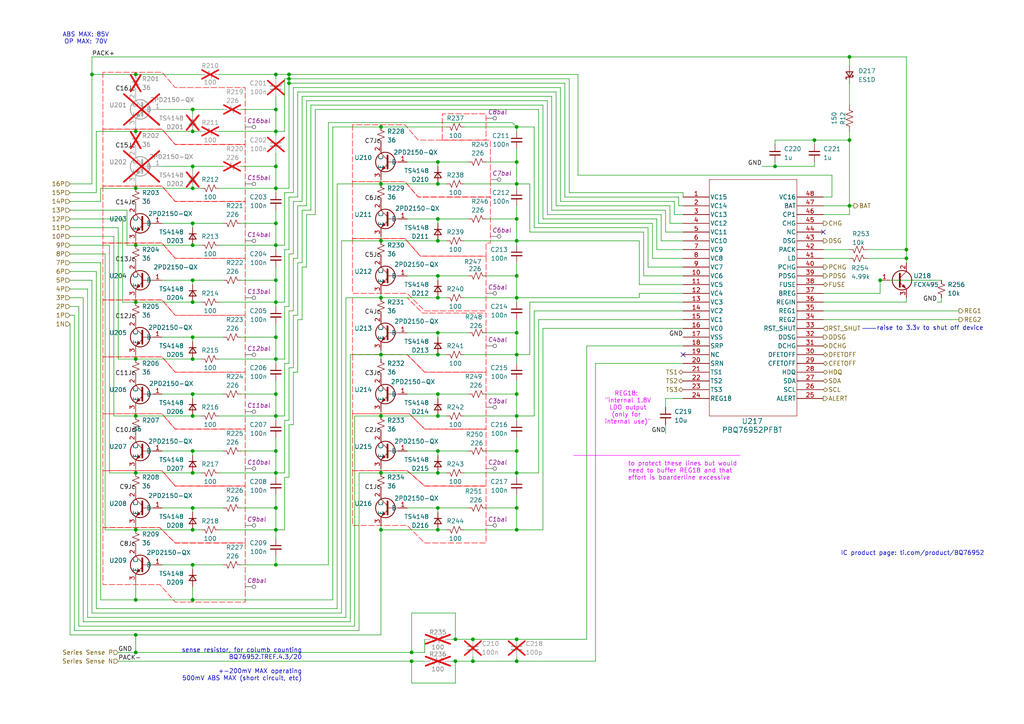
<source format=kicad_sch>
(kicad_sch (version 20250114) (generator "eeschema") (generator_version "9.0")
  (paper "A4")
  (text "sense resistor, for columb counting\nBQ76952.TREF.4.3/20\n\n+-200mV MAX operating\n500mV ABS MAX (short circuit, etc)" (at 87.63 187.96 0) (effects (font (size 1.27 1.27)) (justify right top)))
  (text "IC product page: ti.com/product/BQ76952" (at 264.668 160.528 0) (effects (font (size 1.27 1.27))))
  (text "to protect these lines but would \nneed to buffer REG18 and that \neffort is boarderline excessive" (at 182.118 133.858 0) (effects (font (size 1.27 1.27)) (justify left top)))
  (text "REG18: \n\"internal 1.8V\n LDO output \n(only for \ninternal use)\"" (at 182.118 118.364 0) (effects (font (size 1.27 1.27))))
  (text "raise to 3.3v to shut off device" (at 269.748 95.25 0) (effects (font (size 1.27 1.27))))
  (text "ABS MAX: 85V\nOP MAX: 70V" (at 24.892 11.176 0) (effects (font (size 1.27 1.27))))
  (junction (at 80.01 153.67))
  (junction (at 55.88 71.12))
  (junction (at 39.37 38.1))
  (junction (at 55.88 153.67))
  (junction (at 26.67 21.59))
  (junction (at 80.01 130.81))
  (junction (at 149.86 86.36))
  (junction (at 110.49 36.83))
  (junction (at 149.86 102.87))
  (junction (at 110.49 86.36))
  (junction (at 80.01 21.59))
  (junction (at 83.82 24.13))
  (junction (at 110.49 153.67))
  (junction (at 80.01 71.12))
  (junction (at 127 120.65))
  (junction (at 55.88 173.99))
  (junction (at 39.37 120.65))
  (junction (at 39.37 137.16))
  (junction (at 80.01 137.16))
  (junction (at 55.88 38.1))
  (junction (at 83.82 22.86))
  (junction (at 39.37 104.14))
  (junction (at 80.01 54.61))
  (junction (at 246.38 40.64))
  (junction (at 149.86 63.5))
  (junction (at 55.88 147.32))
  (junction (at 110.49 137.16))
  (junction (at 80.01 104.14))
  (junction (at 224.79 48.26))
  (junction (at 127 46.99))
  (junction (at 39.37 173.99))
  (junction (at 80.01 38.1))
  (junction (at 80.01 64.77))
  (junction (at 80.01 87.63))
  (junction (at 127 63.5))
  (junction (at 127 102.87))
  (junction (at 246.38 59.69))
  (junction (at 132.08 191.77))
  (junction (at 149.86 53.34))
  (junction (at 137.16 185.42))
  (junction (at 119.38 191.77))
  (junction (at 137.16 191.77))
  (junction (at 110.49 53.34))
  (junction (at 127 137.16))
  (junction (at 80.01 81.28))
  (junction (at 149.86 46.99))
  (junction (at 149.86 185.42))
  (junction (at 55.88 97.79))
  (junction (at 132.08 185.42))
  (junction (at 127 80.01))
  (junction (at 236.22 40.64))
  (junction (at 55.88 64.77))
  (junction (at 55.88 54.61))
  (junction (at 39.37 87.63))
  (junction (at 80.01 120.65))
  (junction (at 127 96.52))
  (junction (at 55.88 120.65))
  (junction (at 262.89 72.39))
  (junction (at 127 147.32))
  (junction (at 262.89 74.93))
  (junction (at 149.86 147.32))
  (junction (at 39.37 71.12))
  (junction (at 246.38 16.51))
  (junction (at 127 114.3))
  (junction (at 80.01 97.79))
  (junction (at 39.37 189.23))
  (junction (at 149.86 114.3))
  (junction (at 80.01 147.32))
  (junction (at 127 53.34))
  (junction (at 127 153.67))
  (junction (at 39.37 21.59))
  (junction (at 149.86 153.67))
  (junction (at 55.88 31.75))
  (junction (at 55.88 87.63))
  (junction (at 55.88 130.81))
  (junction (at 83.82 21.59))
  (junction (at 110.49 69.85))
  (junction (at 55.88 104.14))
  (junction (at 80.01 163.83))
  (junction (at 110.49 120.65))
  (junction (at 110.49 102.87))
  (junction (at 149.86 130.81))
  (junction (at 149.86 36.83))
  (junction (at 39.37 54.61))
  (junction (at 127 86.36))
  (junction (at 149.86 120.65))
  (junction (at 149.86 137.16))
  (junction (at 149.86 80.01))
  (junction (at 39.37 184.15))
  (junction (at 119.38 189.23))
  (junction (at 255.27 81.28))
  (junction (at 80.01 114.3))
  (junction (at 127 69.85))
  (junction (at 149.86 191.77))
  (junction (at 149.86 96.52))
  (junction (at 149.86 69.85))
  (junction (at 80.01 48.26))
  (junction (at 55.88 137.16))
  (junction (at 55.88 48.26))
  (junction (at 127 130.81))
  (junction (at 55.88 81.28))
  (junction (at 80.01 31.75))
  (junction (at 55.88 163.83))
  (junction (at 39.37 153.67))
  (junction (at 55.88 114.3))
  (no_connect (at 198.12 102.87))
  (no_connect (at 238.76 67.31))
  (wire (pts (xy 29.21 58.42) (xy 20.32 58.42)))
  (wire (pts (xy 110.49 120.65) (xy 127 120.65)))
  (wire (pts (xy 82.55 121.92) (xy 83.82 121.92)))
  (wire (pts (xy 85.09 25.4) (xy 162.56 25.4)))
  (wire (pts (xy 82.55 153.67) (xy 82.55 138.43)))
  (wire (pts (xy 198.12 55.88) (xy 198.12 57.15)))
  (wire (pts (xy 100.33 179.07) (xy 25.4 179.07)))
  (wire (pts (xy 87.63 92.71) (xy 87.63 77.47)))
  (wire (pts (xy 187.96 77.47) (xy 198.12 77.47)))
  (wire (pts (xy 127 53.34) (xy 129.54 53.34)))
  (wire (pts (xy 30.48 73.66) (xy 30.48 153.67)))
  (wire (pts (xy 149.86 153.67) (xy 149.86 147.32)))
  (wire (pts (xy 158.75 29.21) (xy 158.75 62.23)))
  (wire (pts (xy 153.67 67.31) (xy 153.67 53.34)))
  (wire (pts (xy 110.49 119.38) (xy 110.49 120.65)))
  (wire (pts (xy 80.01 114.3) (xy 80.01 110.49)))
  (wire (pts (xy 85.09 107.95) (xy 86.36 107.95)))
  (wire (pts (xy 55.88 153.67) (xy 58.42 153.67)))
  (wire (pts (xy 140.97 46.99) (xy 149.86 46.99)))
  (wire (pts (xy 83.82 105.41) (xy 83.82 90.17)))
  (wire (pts (xy 82.55 105.41) (xy 83.82 105.41)))
  (wire (pts (xy 247.65 59.69) (xy 246.38 59.69)))
  (wire (pts (xy 189.23 74.93) (xy 198.12 74.93)))
  (wire (pts (xy 80.01 137.16) (xy 80.01 138.43)))
  (wire (pts (xy 190.5 63.5) (xy 190.5 72.39)))
  (wire (pts (xy 185.42 82.55) (xy 198.12 82.55)))
  (wire (pts (xy 20.32 60.96) (xy 36.83 60.96)))
  (wire (pts (xy 80.01 48.26) (xy 80.01 44.45)))
  (wire (pts (xy 149.86 137.16) (xy 156.21 137.16)))
  (wire (pts (xy 127 69.85) (xy 129.54 69.85)))
  (wire (pts (xy 149.86 53.34) (xy 149.86 54.61)))
  (wire (pts (xy 110.49 153.67) (xy 127 153.67)))
  (wire (pts (xy 140.97 147.32) (xy 149.86 147.32)))
  (wire (pts (xy 82.55 72.39) (xy 83.82 72.39)))
  (wire (pts (xy 86.36 74.93) (xy 86.36 59.69)))
  (wire (pts (xy 97.79 53.34) (xy 97.79 176.53)))
  (wire (pts (xy 161.29 26.67) (xy 161.29 59.69)))
  (wire (pts (xy 278.13 90.17) (xy 238.76 90.17)))
  (wire (pts (xy 134.62 53.34) (xy 149.86 53.34)))
  (wire (pts (xy 127 46.99) (xy 127 48.26)))
  (wire (pts (xy 80.01 120.65) (xy 82.55 120.65)))
  (wire (pts (xy 87.63 76.2) (xy 87.63 60.96)))
  (wire (pts (xy 86.36 26.67) (xy 161.29 26.67)))
  (wire (pts (xy 196.85 57.15) (xy 196.85 59.69)))
  (wire (pts (xy 55.88 48.26) (xy 64.77 48.26)))
  (wire (pts (xy 262.89 72.39) (xy 262.89 74.93)))
  (wire (pts (xy 140.97 114.3) (xy 149.86 114.3)))
  (wire (pts (xy 149.86 185.42) (xy 170.18 185.42)))
  (wire (pts (xy 26.67 16.51) (xy 26.67 21.59)))
  (wire (pts (xy 149.86 102.87) (xy 149.86 105.41)))
  (wire (pts (xy 39.37 173.99) (xy 55.88 173.99)))
  (wire (pts (xy 236.22 40.64) (xy 246.38 40.64)))
  (wire (pts (xy 36.83 60.96) (xy 36.83 71.12)))
  (wire (pts (xy 80.01 153.67) (xy 82.55 153.67)))
  (wire (pts (xy 163.83 24.13) (xy 163.83 57.15)))
  (wire (pts (xy 87.63 27.94) (xy 160.02 27.94)))
  (wire (pts (xy 149.86 120.65) (xy 149.86 121.92)))
  (wire (pts (xy 119.38 189.23) (xy 119.38 177.8)))
  (wire (pts (xy 22.86 88.9) (xy 22.86 181.61)))
  (wire (pts (xy 26.67 21.59) (xy 39.37 21.59)))
  (wire (pts (xy 55.88 120.65) (xy 58.42 120.65)))
  (wire (pts (xy 39.37 71.12) (xy 55.88 71.12)))
  (wire (pts (xy 87.63 58.42) (xy 87.63 27.94)))
  (wire (pts (xy 20.32 78.74) (xy 27.94 78.74)))
  (wire (pts (xy 246.38 59.69) (xy 246.38 62.23)))
  (wire (pts (xy 83.82 138.43) (xy 83.82 123.19)))
  (wire (pts (xy 149.86 102.87) (xy 153.67 102.87)))
  (wire (pts (xy 33.02 68.58) (xy 20.32 68.58)))
  (wire (pts (xy 24.13 86.36) (xy 24.13 180.34)))
  (wire (pts (xy 80.01 54.61) (xy 80.01 55.88)))
  (wire (pts (xy 80.01 153.67) (xy 80.01 156.21)))
  (wire (pts (xy 104.14 137.16) (xy 110.49 137.16)))
  (wire (pts (xy 88.9 77.47) (xy 88.9 62.23)))
  (wire (pts (xy 39.37 87.63) (xy 35.56 87.63)))
  (wire (pts (xy 137.16 191.77) (xy 149.86 191.77)))
  (wire (pts (xy 149.86 120.65) (xy 154.94 120.65)))
  (wire (pts (xy 262.89 16.51) (xy 262.89 72.39)))
  (wire (pts (xy 161.29 59.69) (xy 194.31 59.69)))
  (wire (pts (xy 80.01 163.83) (xy 95.25 163.83)))
  (wire (pts (xy 110.49 102.87) (xy 101.6 102.87)))
  (wire (pts (xy 127 63.5) (xy 127 64.77)))
  (wire (pts (xy 172.72 105.41) (xy 198.12 105.41)))
  (wire (pts (xy 170.18 100.33) (xy 170.18 185.42)))
  (wire (pts (xy 118.11 63.5) (xy 127 63.5)))
  (wire (pts (xy 69.85 64.77) (xy 80.01 64.77)))
  (wire (pts (xy 149.86 86.36) (xy 185.42 86.36)))
  (wire (pts (xy 80.01 54.61) (xy 80.01 48.26)))
  (wire (pts (xy 82.55 105.41) (xy 82.55 120.65)))
  (wire (pts (xy 35.56 87.63) (xy 35.56 63.5)))
  (wire (pts (xy 193.04 67.31) (xy 198.12 67.31)))
  (wire (pts (xy 185.42 86.36) (xy 185.42 85.09)))
  (wire (pts (xy 55.88 173.99) (xy 55.88 170.18)))
  (wire (pts (xy 101.6 180.34) (xy 24.13 180.34)))
  (wire (pts (xy 149.86 86.36) (xy 149.86 87.63)))
  (wire (pts (xy 134.62 86.36) (xy 149.86 86.36)))
  (wire (pts (xy 194.31 64.77) (xy 198.12 64.77)))
  (wire (pts (xy 46.99 81.28) (xy 55.88 81.28)))
  (wire (pts (xy 186.69 80.01) (xy 186.69 67.31)))
  (wire (pts (xy 134.62 36.83) (xy 149.86 36.83)))
  (wire (pts (xy 26.67 81.28) (xy 26.67 177.8)))
  (wire (pts (xy 132.08 191.77) (xy 132.08 198.12)))
  (wire (pts (xy 31.75 71.12) (xy 31.75 137.16)))
  (wire (pts (xy 63.5 71.12) (xy 80.01 71.12)))
  (wire (pts (xy 29.21 54.61) (xy 29.21 58.42)))
  (wire (pts (xy 191.77 62.23) (xy 191.77 69.85)))
  (wire (pts (xy 118.11 147.32) (xy 127 147.32)))
  (wire (pts (xy 46.99 163.83) (xy 55.88 163.83)))
  (wire (pts (xy 134.62 69.85) (xy 149.86 69.85)))
  (wire (pts (xy 86.36 57.15) (xy 86.36 26.67)))
  (wire (pts (xy 157.48 95.25) (xy 198.12 95.25)))
  (wire (pts (xy 185.42 85.09) (xy 198.12 85.09)))
  (wire (pts (xy 39.37 184.15) (xy 110.49 184.15)))
  (wire (pts (xy 220.98 48.26) (xy 224.79 48.26)))
  (wire (pts (xy 149.86 53.34) (xy 149.86 46.99)))
  (wire (pts (xy 246.38 40.64) (xy 246.38 59.69)))
  (wire (pts (xy 88.9 62.23) (xy 91.44 62.23)))
  (wire (pts (xy 189.23 64.77) (xy 189.23 74.93)))
  (wire (pts (xy 224.79 40.64) (xy 224.79 41.91)))
  (wire (pts (xy 148.59 35.56) (xy 149.86 36.83)))
  (wire (pts (xy 69.85 130.81) (xy 80.01 130.81)))
  (wire (pts (xy 241.3 57.15) (xy 238.76 57.15)))
  (wire (pts (xy 86.36 92.71) (xy 87.63 92.71)))
  (wire (pts (xy 80.01 120.65) (xy 80.01 114.3)))
  (wire (pts (xy 85.09 123.19) (xy 85.09 107.95)))
  (wire (pts (xy 251.46 72.39) (xy 262.89 72.39)))
  (wire (pts (xy 238.76 72.39) (xy 246.38 72.39)))
  (wire (pts (xy 110.49 101.6) (xy 110.49 102.87)))
  (wire (pts (xy 110.49 68.58) (xy 110.49 69.85)))
  (wire (pts (xy 140.97 130.81) (xy 149.86 130.81)))
  (wire (pts (xy 127 137.16) (xy 129.54 137.16)))
  (wire (pts (xy 39.37 137.16) (xy 31.75 137.16)))
  (wire (pts (xy 55.88 147.32) (xy 46.99 147.32)))
  (wire (pts (xy 39.37 168.91) (xy 39.37 173.99)))
  (wire (pts (xy 90.17 30.48) (xy 157.48 30.48)))
  (wire (pts (xy 46.99 97.79) (xy 55.88 97.79)))
  (wire (pts (xy 149.86 43.18) (xy 149.86 46.99)))
  (wire (pts (xy 55.88 173.99) (xy 96.52 173.99)))
  (wire (pts (xy 63.5 38.1) (xy 80.01 38.1)))
  (wire (pts (xy 80.01 147.32) (xy 80.01 143.51)))
  (wire (pts (xy 110.49 120.65) (xy 102.87 120.65)))
  (wire (pts (xy 127 120.65) (xy 129.54 120.65)))
  (wire (pts (xy 185.42 69.85) (xy 185.42 82.55)))
  (wire (pts (xy 236.22 41.91) (xy 236.22 40.64)))
  (wire (pts (xy 69.85 81.28) (xy 80.01 81.28)))
  (wire (pts (xy 140.97 63.5) (xy 149.86 63.5)))
  (wire (pts (xy 55.88 48.26) (xy 55.88 49.53)))
  (wire (pts (xy 104.14 137.16) (xy 104.14 182.88)))
  (wire (pts (xy 46.99 130.81) (xy 55.88 130.81)))
  (wire (pts (xy 39.37 153.67) (xy 30.48 153.67)))
  (wire (pts (xy 156.21 64.77) (xy 189.23 64.77)))
  (wire (pts (xy 20.32 93.98) (xy 20.32 184.15)))
  (wire (pts (xy 194.31 59.69) (xy 194.31 64.77)))
  (wire (pts (xy 156.21 137.16) (xy 156.21 92.71)))
  (wire (pts (xy 39.37 104.14) (xy 55.88 104.14)))
  (wire (pts (xy 82.55 104.14) (xy 82.55 88.9)))
  (wire (pts (xy 262.89 74.93) (xy 262.89 76.2)))
  (wire (pts (xy 83.82 72.39) (xy 83.82 57.15)))
  (wire (pts (xy 55.88 81.28) (xy 64.77 81.28)))
  (wire (pts (xy 63.5 137.16) (xy 80.01 137.16)))
  (wire (pts (xy 69.85 163.83) (xy 80.01 163.83)))
  (wire (pts (xy 157.48 30.48) (xy 157.48 63.5)))
  (wire (pts (xy 154.94 36.83) (xy 154.94 66.04)))
  (wire (pts (xy 198.12 80.01) (xy 186.69 80.01)))
  (wire (pts (xy 149.86 120.65) (xy 149.86 114.3)))
  (wire (pts (xy 127 46.99) (xy 135.89 46.99)))
  (wire (pts (xy 110.49 152.4) (xy 110.49 153.67)))
  (wire (pts (xy 224.79 48.26) (xy 236.22 48.26)))
  (wire (pts (xy 63.5 104.14) (xy 80.01 104.14)))
  (wire (pts (xy 110.49 153.67) (xy 110.49 184.15)))
  (wire (pts (xy 195.58 58.42) (xy 195.58 62.23)))
  (wire (pts (xy 149.86 69.85) (xy 185.42 69.85)))
  (wire (pts (xy 196.85 59.69) (xy 198.12 59.69)))
  (wire (pts (xy 39.37 87.63) (xy 55.88 87.63)))
  (wire (pts (xy 134.62 102.87) (xy 149.86 102.87)))
  (wire (pts (xy 55.88 163.83) (xy 55.88 165.1)))
  (wire (pts (xy 246.38 24.13) (xy 246.38 30.48)))
  (wire (pts (xy 80.01 87.63) (xy 80.01 81.28)))
  (wire (pts (xy 27.94 38.1) (xy 39.37 38.1)))
  (wire (pts (xy 63.5 21.59) (xy 80.01 21.59)))
  (wire (pts (xy 83.82 123.19) (xy 85.09 123.19)))
  (wire (pts (xy 55.88 64.77) (xy 64.77 64.77)))
  (wire (pts (xy 80.01 71.12) (xy 80.01 72.39)))
  (wire (pts (xy 118.11 46.99) (xy 127 46.99)))
  (wire (pts (xy 193.04 115.57) (xy 198.12 115.57)))
  (wire (pts (xy 153.67 53.34) (xy 149.86 53.34)))
  (wire (pts (xy 158.75 62.23) (xy 191.77 62.23)))
  (wire (pts (xy 39.37 173.99) (xy 29.21 173.99)))
  (wire (pts (xy 149.86 63.5) (xy 149.86 69.85)))
  (wire (pts (xy 132.08 177.8) (xy 132.08 185.42)))
  (wire (pts (xy 127 63.5) (xy 135.89 63.5)))
  (wire (pts (xy 80.01 81.28) (xy 80.01 77.47)))
  (wire (pts (xy 153.67 102.87) (xy 153.67 87.63)))
  (wire (pts (xy 95.25 35.56) (xy 148.59 35.56)))
  (wire (pts (xy 39.37 36.83) (xy 39.37 38.1)))
  (wire (pts (xy 140.97 96.52) (xy 149.86 96.52)))
  (wire (pts (xy 83.82 88.9) (xy 83.82 73.66)))
  (wire (pts (xy 46.99 48.26) (xy 55.88 48.26)))
  (wire (pts (xy 187.96 66.04) (xy 187.96 77.47)))
  (wire (pts (xy 127 147.32) (xy 135.89 147.32)))
  (wire (pts (xy 246.38 38.1) (xy 246.38 40.64)))
  (wire (pts (xy 246.38 16.51) (xy 262.89 16.51)))
  (wire (pts (xy 55.88 31.75) (xy 64.77 31.75)))
  (wire (pts (xy 27.94 78.74) (xy 27.94 176.53)))
  (wire (pts (xy 82.55 71.12) (xy 82.55 55.88)))
  (wire (pts (xy 86.36 59.69) (xy 88.9 59.69)))
  (wire (pts (xy 83.82 21.59) (xy 167.64 21.59)))
  (wire (pts (xy 149.86 76.2) (xy 149.86 80.01)))
  (wire (pts (xy 80.01 88.9) (xy 80.01 87.63)))
  (wire (pts (xy 85.09 91.44) (xy 86.36 91.44)))
  (wire (pts (xy 110.49 86.36) (xy 100.33 86.36)))
  (wire (pts (xy 238.76 62.23) (xy 246.38 62.23)))
  (wire (pts (xy 55.88 114.3) (xy 64.77 114.3)))
  (wire (pts (xy 127 80.01) (xy 135.89 80.01)))
  (wire (pts (xy 190.5 72.39) (xy 198.12 72.39)))
  (wire (pts (xy 20.32 55.88) (xy 27.94 55.88)))
  (wire (pts (xy 86.36 107.95) (xy 86.36 92.71)))
  (wire (pts (xy 149.86 190.5) (xy 149.86 191.77)))
  (wire (pts (xy 80.01 97.79) (xy 80.01 93.98)))
  (wire (pts (xy 80.01 31.75) (xy 80.01 38.1)))
  (wire (pts (xy 127 102.87) (xy 129.54 102.87)))
  (wire (pts (xy 149.86 153.67) (xy 157.48 153.67)))
  (wire (pts (xy 85.09 74.93) (xy 86.36 74.93)))
  (wire (pts (xy 39.37 153.67) (xy 55.88 153.67)))
  (wire (pts (xy 149.86 92.71) (xy 149.86 96.52)))
  (wire (pts (xy 55.88 147.32) (xy 64.77 147.32)))
  (wire (pts (xy 63.5 153.67) (xy 80.01 153.67)))
  (wire (pts (xy 224.79 46.99) (xy 224.79 48.26)))
  (wire (pts (xy 55.88 87.63) (xy 58.42 87.63)))
  (wire (pts (xy 86.36 76.2) (xy 87.63 76.2)))
  (wire (pts (xy 39.37 54.61) (xy 29.21 54.61)))
  (wire (pts (xy 101.6 102.87) (xy 101.6 180.34)))
  (wire (pts (xy 80.01 87.63) (xy 82.55 87.63)))
  (wire (pts (xy 132.08 185.42) (xy 137.16 185.42)))
  (wire (pts (xy 149.86 130.81) (xy 149.86 127)))
  (wire (pts (xy 127 114.3) (xy 135.89 114.3)))
  (wire (pts (xy 55.88 97.79) (xy 64.77 97.79)))
  (wire (pts (xy 35.56 63.5) (xy 20.32 63.5)))
  (wire (pts (xy 127 153.67) (xy 129.54 153.67)))
  (wire (pts (xy 127 80.01) (xy 127 81.28)))
  (wire (pts (xy 80.01 64.77) (xy 80.01 60.96)))
  (wire (pts (xy 83.82 57.15) (xy 86.36 57.15)))
  (wire (pts (xy 39.37 137.16) (xy 55.88 137.16)))
  (wire (pts (xy 167.64 50.8) (xy 241.3 50.8)))
  (wire (pts (xy 110.49 53.34) (xy 127 53.34)))
  (wire (pts (xy 91.44 62.23) (xy 91.44 31.75)))
  (wire (pts (xy 55.88 148.59) (xy 55.88 147.32)))
  (polyline (pts (xy 166.37 132.08) (xy 214.63 132.08)) (stroke (width 0) (color 255 0 255 1)))
  (wire (pts (xy 262.89 86.36) (xy 262.89 87.63)))
  (wire (pts (xy 83.82 22.86) (xy 165.1 22.86)))
  (wire (pts (xy 21.59 91.44) (xy 21.59 182.88)))
  (wire (pts (xy 46.99 64.77) (xy 55.88 64.77)))
  (wire (pts (xy 82.55 88.9) (xy 83.82 88.9)))
  (wire (pts (xy 80.01 153.67) (xy 80.01 147.32)))
  (wire (pts (xy 39.37 120.65) (xy 33.02 120.65)))
  (wire (pts (xy 278.13 92.71) (xy 238.76 92.71)))
  (wire (pts (xy 20.32 53.34) (xy 26.67 53.34)))
  (wire (pts (xy 165.1 22.86) (xy 165.1 55.88)))
  (wire (pts (xy 80.01 38.1) (xy 82.55 38.1)))
  (wire (pts (xy 55.88 81.28) (xy 55.88 82.55)))
  (wire (pts (xy 157.48 63.5) (xy 190.5 63.5)))
  (wire (pts (xy 20.32 83.82) (xy 25.4 83.82)))
  (wire (pts (xy 127 114.3) (xy 127 115.57)))
  (wire (pts (xy 33.02 68.58) (xy 33.02 120.65)))
  (polyline (pts (xy 250.19 95.25) (xy 254 95.25)))
  (wire (pts (xy 20.32 81.28) (xy 26.67 81.28)))
  (wire (pts (xy 134.62 153.67) (xy 149.86 153.67)))
  (wire (pts (xy 149.86 36.83) (xy 154.94 36.83)))
  (wire (pts (xy 160.02 27.94) (xy 160.02 60.96)))
  (wire (pts (xy 127 130.81) (xy 135.89 130.81)))
  (wire (pts (xy 110.49 69.85) (xy 127 69.85)))
  (wire (pts (xy 83.82 90.17) (xy 85.09 90.17)))
  (wire (pts (xy 69.85 147.32) (xy 80.01 147.32)))
  (wire (pts (xy 134.62 120.65) (xy 149.86 120.65)))
  (wire (pts (xy 110.49 53.34) (xy 97.79 53.34)))
  (wire (pts (xy 149.86 59.69) (xy 149.86 63.5)))
  (wire (pts (xy 80.01 104.14) (xy 82.55 104.14)))
  (wire (pts (xy 55.88 71.12) (xy 58.42 71.12)))
  (wire (pts (xy 39.37 119.38) (xy 39.37 120.65)))
  (wire (pts (xy 162.56 58.42) (xy 195.58 58.42)))
  (wire (pts (xy 63.5 54.61) (xy 80.01 54.61)))
  (wire (pts (xy 80.01 120.65) (xy 80.01 121.92)))
  (wire (pts (xy 86.36 91.44) (xy 86.36 76.2)))
  (wire (pts (xy 90.17 60.96) (xy 90.17 30.48)))
  (wire (pts (xy 149.86 96.52) (xy 149.86 102.87)))
  (wire (pts (xy 149.86 86.36) (xy 149.86 80.01)))
  (wire (pts (xy 110.49 86.36) (xy 127 86.36)))
  (wire (pts (xy 80.01 27.94) (xy 80.01 31.75)))
  (wire (pts (xy 127 96.52) (xy 127 97.79)))
  (wire (pts (xy 118.11 130.81) (xy 127 130.81)))
  (wire (pts (xy 85.09 55.88) (xy 85.09 25.4)))
  (wire (pts (xy 80.01 130.81) (xy 80.01 127)))
  (wire (pts (xy 170.18 100.33) (xy 198.12 100.33)))
  (wire (pts (xy 110.49 137.16) (xy 127 137.16)))
  (wire (pts (xy 69.85 114.3) (xy 80.01 114.3)))
  (wire (pts (xy 149.86 191.77) (xy 172.72 191.77)))
  (wire (pts (xy 39.37 54.61) (xy 55.88 54.61)))
  (wire (pts (xy 195.58 62.23) (xy 198.12 62.23)))
  (wire (pts (xy 119.38 189.23) (xy 123.19 189.23)))
  (wire (pts (xy 186.69 67.31) (xy 153.67 67.31)))
  (wire (pts (xy 160.02 60.96) (xy 193.04 60.96)))
  (wire (pts (xy 80.01 130.81) (xy 80.01 137.16)))
  (wire (pts (xy 55.88 31.75) (xy 55.88 33.02)))
  (wire (pts (xy 55.88 38.1) (xy 58.42 38.1)))
  (wire (pts (xy 80.01 64.77) (xy 80.01 71.12)))
  (wire (pts (xy 83.82 22.86) (xy 83.82 24.13)))
  (wire (pts (xy 156.21 31.75) (xy 156.21 64.77)))
  (wire (pts (xy 83.82 73.66) (xy 85.09 73.66)))
  (wire (pts (xy 149.86 69.85) (xy 149.86 71.12)))
  (wire (pts (xy 83.82 106.68) (xy 85.09 106.68)))
  (wire (pts (xy 119.38 177.8) (xy 132.08 177.8)))
  (wire (pts (xy 39.37 184.15) (xy 39.37 189.23)))
  (wire (pts (xy 110.49 52.07) (xy 110.49 53.34)))
  (wire (pts (xy 132.08 191.77) (xy 137.16 191.77)))
  (wire (pts (xy 149.86 114.3) (xy 149.86 110.49)))
  (wire (pts (xy 55.88 163.83) (xy 64.77 163.83)))
  (wire (pts (xy 154.94 120.65) (xy 154.94 90.17)))
  (wire (pts (xy 55.88 137.16) (xy 58.42 137.16)))
  (wire (pts (xy 99.06 177.8) (xy 26.67 177.8)))
  (wire (pts (xy 149.86 36.83) (xy 149.86 38.1)))
  (wire (pts (xy 80.01 22.86) (xy 80.01 21.59)))
  (wire (pts (xy 39.37 189.23) (xy 119.38 189.23)))
  (wire (pts (xy 39.37 38.1) (xy 55.88 38.1)))
  (wire (pts (xy 193.04 60.96) (xy 193.04 67.31)))
  (wire (pts (xy 162.56 25.4) (xy 162.56 58.42)))
  (wire (pts (xy 55.88 54.61) (xy 58.42 54.61)))
  (wire (pts (xy 69.85 31.75) (xy 80.01 31.75)))
  (wire (pts (xy 149.86 147.32) (xy 149.86 143.51)))
  (wire (pts (xy 20.32 184.15) (xy 39.37 184.15)))
  (wire (pts (xy 87.63 60.96) (xy 90.17 60.96)))
  (wire (pts (xy 39.37 86.36) (xy 39.37 87.63)))
  (wire (pts (xy 88.9 59.69) (xy 88.9 29.21)))
  (wire (pts (xy 39.37 69.85) (xy 39.37 71.12)))
  (wire (pts (xy 39.37 135.89) (xy 39.37 137.16)))
  (wire (pts (xy 167.64 21.59) (xy 167.64 50.8)))
  (wire (pts (xy 55.88 130.81) (xy 64.77 130.81)))
  (wire (pts (xy 39.37 104.14) (xy 34.29 104.14)))
  (wire (pts (xy 156.21 92.71) (xy 198.12 92.71)))
  (wire (pts (xy 26.67 16.51) (xy 246.38 16.51)))
  (wire (pts (xy 80.01 137.16) (xy 82.55 137.16)))
  (wire (pts (xy 191.77 69.85) (xy 198.12 69.85)))
  (wire (pts (xy 87.63 77.47) (xy 88.9 77.47)))
  (wire (pts (xy 118.11 80.01) (xy 127 80.01)))
  (wire (pts (xy 39.37 152.4) (xy 39.37 153.67)))
  (wire (pts (xy 273.05 87.63) (xy 273.05 86.36)))
  (wire (pts (xy 127 147.32) (xy 127 148.59)))
  (wire (pts (xy 154.94 90.17) (xy 198.12 90.17)))
  (wire (pts (xy 34.29 191.77) (xy 119.38 191.77)))
  (wire (pts (xy 21.59 182.88) (xy 104.14 182.88)))
  (wire (pts (xy 20.32 86.36) (xy 24.13 86.36)))
  (wire (pts (xy 29.21 76.2) (xy 20.32 76.2)))
  (wire (pts (xy 193.04 118.11) (xy 193.04 115.57)))
  (wire (pts (xy 83.82 54.61) (xy 83.82 24.13)))
  (wire (pts (xy 80.01 104.14) (xy 80.01 97.79)))
  (wire (pts (xy 137.16 190.5) (xy 137.16 191.77)))
  (wire (pts (xy 55.88 64.77) (xy 55.88 66.04)))
  (wire (pts (xy 193.04 125.73) (xy 193.04 123.19)))
  (wire (pts (xy 85.09 58.42) (xy 87.63 58.42)))
  (wire (pts (xy 83.82 21.59) (xy 83.82 22.86)))
  (wire (pts (xy 82.55 55.88) (xy 85.09 55.88)))
  (wire (pts (xy 55.88 114.3) (xy 55.88 115.57)))
  (wire (pts (xy 127 86.36) (xy 129.54 86.36)))
  (wire (pts (xy 119.38 191.77) (xy 123.19 191.77)))
  (wire (pts (xy 39.37 21.59) (xy 58.42 21.59)))
  (wire (pts (xy 172.72 105.41) (xy 172.72 191.77)))
  (wire (pts (xy 153.67 87.63) (xy 198.12 87.63)))
  (wire (pts (xy 246.38 16.51) (xy 246.38 19.05)))
  (wire (pts (xy 110.49 102.87) (xy 110.49 104.14)))
  (wire (pts (xy 26.67 53.34) (xy 26.67 21.59)))
  (wire (pts (xy 165.1 55.88) (xy 198.12 55.88)))
  (wire (pts (xy 31.75 71.12) (xy 20.32 71.12)))
  (wire (pts (xy 110.49 69.85) (xy 99.06 69.85)))
  (wire (pts (xy 95.25 35.56) (xy 95.25 163.83)))
  (wire (pts (xy 55.88 97.79) (xy 55.88 99.06)))
  (wire (pts (xy 63.5 87.63) (xy 80.01 87.63)))
  (wire (pts (xy 154.94 66.04) (xy 187.96 66.04)))
  (wire (pts (xy 96.52 173.99) (xy 96.52 36.83)))
  (wire (pts (xy 39.37 120.65) (xy 55.88 120.65)))
  (wire (pts (xy 39.37 53.34) (xy 39.37 54.61)))
  (wire (pts (xy 271.78 87.63) (xy 273.05 87.63)))
  (wire (pts (xy 130.81 191.77) (xy 132.08 191.77)))
  (wire (pts (xy 20.32 88.9) (xy 22.86 88.9)))
  (wire (pts (xy 29.21 76.2) (xy 29.21 173.99)))
  (wire (pts (xy 91.44 31.75) (xy 156.21 31.75)))
  (wire (pts (xy 25.4 83.82) (xy 25.4 179.07)))
  (wire (pts (xy 85.09 106.68) (xy 85.09 91.44)))
  (wire (pts (xy 163.83 57.15) (xy 196.85 57.15)))
  (wire (pts (xy 119.38 191.77) (xy 119.38 198.12)))
  (wire (pts (xy 224.79 40.64) (xy 236.22 40.64)))
  (wire (pts (xy 127 96.52) (xy 135.89 96.52)))
  (wire (pts (xy 97.79 176.53) (xy 27.94 176.53)))
  (wire (pts (xy 83.82 121.92) (xy 83.82 106.68)))
  (wire (pts (xy 69.85 97.79) (xy 80.01 97.79)))
  (wire (pts (xy 118.11 114.3) (xy 127 114.3)))
  (wire (pts (xy 55.88 104.14) (xy 58.42 104.14)))
  (wire (pts (xy 241.3 50.8) (xy 241.3 57.15)))
  (wire (pts (xy 80.01 21.59) (xy 83.82 21.59)))
  (wire (pts (xy 123.19 189.23) (xy 123.19 185.42)))
  (wire (pts (xy 82.55 87.63) (xy 82.55 72.39)))
  (wire (pts (xy 251.46 74.93) (xy 262.89 74.93)))
  (wire (pts (xy 110.49 135.89) (xy 110.49 137.16)))
  (wire (pts (xy 99.06 69.85) (xy 99.06 177.8)))
  (wire (pts (xy 110.49 102.87) (xy 127 102.87)))
  (wire (pts (xy 119.38 198.12) (xy 132.08 198.12)))
  (wire (pts (xy 69.85 48.26) (xy 80.01 48.26)))
  (wire (pts (xy 255.27 85.09) (xy 238.76 85.09)))
  (wire (pts (xy 102.87 120.65) (xy 102.87 181.61)))
  (wire (pts (xy 134.62 137.16) (xy 149.86 137.16)))
  (wire (pts (xy 82.55 137.16) (xy 82.55 121.92)))
  (wire (pts (xy 34.29 189.23) (xy 39.37 189.23)))
  (wire (pts (xy 118.11 96.52) (xy 127 96.52)))
  (wire (pts (xy 255.27 81.28) (xy 273.05 81.28)))
  (wire (pts (xy 255.27 81.28) (xy 255.27 85.09)))
  (wire (pts (xy 100.33 86.36) (xy 100.33 179.07)))
  (wire (pts (xy 46.99 31.75) (xy 55.88 31.75)))
  (wire (pts (xy 82.55 38.1) (xy 82.55 22.86)))
  (wire (pts (xy 55.88 130.81) (xy 55.88 132.08)))
  (wire (pts (xy 236.22 46.99) (xy 236.22 48.26)))
  (wire (pts (xy 80.01 104.14) (xy 80.01 105.41)))
  (wire (pts (xy 80.01 71.12) (xy 82.55 71.12)))
  (wire (pts (xy 82.55 138.43) (xy 83.82 138.43)))
  (wire (pts (xy 39.37 102.87) (xy 39.37 104.14)))
  (wire (pts (xy 85.09 73.66) (xy 85.09 58.42)))
  (wire (pts (xy 149.86 137.16) (xy 149.86 138.43)))
  (wire (pts (xy 88.9 29.21) (xy 158.75 29.21)))
  (wire (pts (xy 34.29 66.04) (xy 20.32 66.04)))
  (wire (pts (xy 30.48 73.66) (xy 20.32 73.66)))
  (wire (pts (xy 137.16 185.42) (xy 149.86 185.42)))
  (wire (pts (xy 127 130.81) (xy 127 132.08)))
  (wire (pts (xy 83.82 24.13) (xy 163.83 24.13)))
  (wire (pts (xy 246.38 59.69) (xy 238.76 59.69)))
  (wire (pts (xy 85.09 90.17) (xy 85.09 74.93)))
  (wire (pts (xy 46.99 114.3) (xy 55.88 114.3)))
  (wire (pts (xy 36.83 71.12) (xy 39.37 71.12)))
  (wire (pts (xy 110.49 85.09) (xy 110.49 86.36)))
  (wire (pts (xy 238.76 74.93) (xy 246.38 74.93)))
  (wire (pts (xy 27.94 55.88) (xy 27.94 38.1)))
  (wire (pts (xy 96.52 36.83) (xy 110.49 36.83)))
  (wire (pts (xy 63.5 120.65) (xy 80.01 120.65)))
  (wire (pts (xy 110.49 36.83) (xy 129.54 36.83)))
  (wire (pts (xy 80.01 38.1) (xy 80.01 39.37)))
  (wire (pts (xy 34.29 66.04) (xy 34.29 104.14)))
  (wire (pts (xy 80.01 163.83) (xy 80.01 161.29)))
  (wire (pts (xy 140.97 80.01) (xy 149.86 80.01)))
  (wire (pts (xy 80.01 54.61) (xy 83.82 54.61)))
  (wire (pts (xy 157.48 153.67) (xy 157.48 95.25)))
  (wire (pts (xy 102.87 181.61) (xy 22.86 181.61)))
  (wire (pts (xy 21.59 91.44) (xy 20.32 91.44)))
  (wire (pts (xy 149.86 137.16) (xy 149.86 130.81)))
  (wire (pts (xy 130.81 185.42) (xy 132.08 185.42)))
  (wire (pts (xy 262.89 87.63) (xy 238.76 87.63)))
  (wire (pts (xy 82.55 22.86) (xy 83.82 22.86)))
  (label "C9Jc" (at 39.37 142.24 180))
  (label "C7Jc" (at 110.49 41.91 180))
  (label "PACK+" (at 26.67 16.51 0))
  (label "GND" (at 198.12 97.79 180))
  (label "GND" (at 271.78 87.63 180))
  (label "C16Jc" (at 39.37 26.67 180))
  (label "GND" (at 193.04 125.73 180))
  (label "C6Jc" (at 110.49 58.42 180))
  (label "GND" (at 220.98 48.26 180))
  (label "GND" (at 34.29 189.23 0))
  (label "C11Jc" (at 39.37 109.22 180))
  (label "C1Jc" (at 110.49 142.24 180))
  (label "C10Jc" (at 39.37 125.73 180))
  (label "C8Jc" (at 39.37 158.75 180))
  (label "C4Jc" (at 110.49 91.44 180))
  (label "C12Jc" (at 39.37 92.71 180))
  (label "C2Jc" (at 110.49 125.73 180))
  (label "C3Jc" (at 110.49 109.22 180))
  (label "C13Jc" (at 39.37 76.2 180))
  (label "C15Jc" (at 39.37 43.18 180))
  (label "C14Jc" (at 39.37 59.69 180))
  (label "C5Jc" (at 110.49 74.93 180))
  (label "PACK-" (at 34.29 191.77 0))
  (hierarchical_label "DFETOFF" (shape bidirectional) (at 238.76 102.87 0))
  (hierarchical_label "9P" (shape input) (at 20.32 71.12 180))
  (hierarchical_label "11P" (shape input) (at 20.32 66.04 180))
  (hierarchical_label "1N" (shape input) (at 20.32 93.98 180))
  (hierarchical_label "BAT" (shape output) (at 247.65 59.69 0))
  (hierarchical_label "DSG" (shape output) (at 238.76 69.85 0))
  (hierarchical_label "Series Sense P" (shape input) (at 34.29 189.23 180))
  (hierarchical_label "5P" (shape input) (at 20.32 81.28 180))
  (hierarchical_label "REG1" (shape output) (at 278.13 90.17 0))
  (hierarchical_label "1P" (shape input) (at 20.32 91.44 180))
  (hierarchical_label "ALERT" (shape output) (at 238.76 115.57 0))
  (hierarchical_label "6P" (shape input) (at 20.32 78.74 180))
  (hierarchical_label "Series Sense N" (shape input) (at 34.29 191.77 180))
  (hierarchical_label "13P" (shape input) (at 20.32 60.96 180))
  (hierarchical_label "FUSE" (shape bidirectional) (at 238.76 82.55 0))
  (hierarchical_label "PDSG" (shape output) (at 238.76 80.01 0))
  (hierarchical_label "DDSG" (shape output) (at 238.76 97.79 0))
  (hierarchical_label "15P" (shape input) (at 20.32 55.88 180))
  (hierarchical_label "REG2" (shape output) (at 278.13 92.71 0))
  (hierarchical_label "16P" (shape input) (at 20.32 53.34 180))
  (hierarchical_label "RST_SHUT" (shape input) (at 238.76 95.25 0))
  (hierarchical_label "12P" (shape input) (at 20.32 63.5 180))
  (hierarchical_label "3P" (shape input) (at 20.32 86.36 180))
  (hierarchical_label "PCHG" (shape output) (at 238.76 77.47 0))
  (hierarchical_label "7P" (shape input) (at 20.32 76.2 180))
  (hierarchical_label "8P" (shape input) (at 20.32 73.66 180))
  (hierarchical_label "2P" (shape input) (at 20.32 88.9 180))
  (hierarchical_label "HDQ" (shape bidirectional) (at 238.76 107.95 0))
  (hierarchical_label "DCHG" (shape bidirectional) (at 238.76 100.33 0))
  (hierarchical_label "TS2" (shape bidirectional) (at 198.12 110.49 180))
  (hierarchical_label "CFETOFF" (shape bidirectional) (at 238.76 105.41 0))
  (hierarchical_label "SCL" (shape bidirectional) (at 238.76 113.03 0))
  (hierarchical_label "4P" (shape input) (at 20.32 83.82 180))
  (hierarchical_label "14P" (shape input) (at 20.32 58.42 180))
  (hierarchical_label "TS3" (shape bidirectional) (at 198.12 113.03 180))
  (hierarchical_label "SDA" (shape bidirectional) (at 238.76 110.49 0))
  (hierarchical_label "TS1" (shape bidirectional) (at 198.12 107.95 180))
  (hierarchical_label "10P" (shape input) (at 20.32 68.58 180))
  (hierarchical_label "CHG" (shape output) (at 238.76 64.77 0))
  (rule_area (polyline (pts (xy 29.845 37.465) (xy 29.845 53.975) (xy 46.99 53.975) (xy 50.8 58.42) (xy 71.12 58.42) (xy 71.12 41.91) (xy 50.8 41.91) (xy 46.99 37.465)) (stroke (width 0) (type dash))))
  (rule_area (polyline (pts (xy 29.845 136.525) (xy 29.845 153.035) (xy 46.355 153.035) (xy 50.8 157.48) (xy 71.12 157.48) (xy 71.12 140.97) (xy 50.8 140.97) (xy 46.99 136.525)) (stroke (width 0) (type dash))))
  (rule_area (polyline (pts (xy 29.845 70.485) (xy 29.845 86.995) (xy 46.99 86.995) (xy 50.8 91.44) (xy 71.12 91.44) (xy 71.12 74.93) (xy 50.8 74.93) (xy 46.99 70.485)) (stroke (width 0) (type dash))))
  (rule_area (polyline (pts (xy 102.235 52.705) (xy 102.235 69.215) (xy 117.475 69.215) (xy 121.92 74.295) (xy 140.97 74.295) (xy 140.97 70.485) (xy 142.24 70.485) (xy 142.24 57.15) (xy 121.285 57.15) (xy 117.475 52.705)) (stroke (width 0) (type dash))))
  (rule_area (polyline (pts (xy 29.845 103.505) (xy 29.845 120.015) (xy 46.99 120.015) (xy 50.8 124.46) (xy 71.12 124.46) (xy 71.12 107.95) (xy 50.8 107.95) (xy 46.99 103.505)) (stroke (width 0) (type dash))))
  (rule_area (polyline (pts (xy 29.845 20.955) (xy 29.845 37.465) (xy 46.99 37.465) (xy 50.8 41.91) (xy 71.12 41.91) (xy 71.12 25.4) (xy 50.8 25.4) (xy 46.99 20.955)) (stroke (width 0) (type dash))))
  (rule_area (polyline (pts (xy 102.235 102.87) (xy 102.235 120.015) (xy 118.745 120.015) (xy 123.19 124.46) (xy 140.97 124.46) (xy 140.97 107.95) (xy 123.19 107.95) (xy 118.11 102.87)) (stroke (width 0) (type dash))))
  (rule_area (polyline (pts (xy 102.235 36.195) (xy 102.235 52.705) (xy 117.475 52.705) (xy 121.285 57.15) (xy 142.24 57.15) (xy 142.24 40.64) (xy 121.285 40.64) (xy 117.475 36.195)) (stroke (width 0) (type dash))))
  (rule_area (polyline (pts (xy 102.235 86.36) (xy 102.235 102.87) (xy 118.11 102.87) (xy 123.19 107.95) (xy 140.97 107.95) (xy 140.97 90.805) (xy 122.555 90.805) (xy 118.11 86.36)) (stroke (width 0) (type dash))))
  (rule_area (polyline (pts (xy 102.235 136.525) (xy 102.235 152.4) (xy 118.11 152.4) (xy 123.19 157.48) (xy 140.97 157.48) (xy 140.97 140.97) (xy 123.19 140.97) (xy 118.11 136.525)) (stroke (width 0) (type dash))))
  (rule_area (polyline (pts (xy 29.845 153.035) (xy 29.845 169.545) (xy 46.355 169.545) (xy 50.8 174.625) (xy 71.12 174.625) (xy 71.12 157.48) (xy 50.8 157.48) (xy 46.355 153.035)) (stroke (width 0) (type dash))))
  (rule_area (polyline (pts (xy 102.235 120.015) (xy 102.235 136.525) (xy 118.11 136.525) (xy 123.19 140.97) (xy 140.97 140.97) (xy 140.97 124.46) (xy 123.19 124.46) (xy 118.745 120.015)) (stroke (width 0) (type dash))))
  (rule_area (polyline (pts (xy 29.845 86.995) (xy 29.845 103.505) (xy 46.99 103.505) (xy 50.8 107.95) (xy 71.12 107.95) (xy 71.12 91.44) (xy 50.8 91.44) (xy 46.99 86.995)) (stroke (width 0) (type dash))))
  (rule_area (polyline (pts (xy 29.845 120.015) (xy 29.845 136.525) (xy 46.99 136.525) (xy 50.8 140.97) (xy 71.12 140.97) (xy 71.12 124.46) (xy 50.8 124.46) (xy 46.99 120.015)) (stroke (width 0) (type dash))))
  (rule_area (polyline (pts (xy 29.845 53.975) (xy 29.845 70.485) (xy 46.99 70.485) (xy 50.8 74.93) (xy 71.12 74.93) (xy 71.12 58.42) (xy 50.8 58.42) (xy 46.99 53.975)) (stroke (width 0) (type dash))))
  (rule_area (polyline (pts (xy 128.27 40.64) (xy 140.97 40.64) (xy 140.97 33.02) (xy 128.27 33.02)) (stroke (width 0) (type dash))))
  (rule_area (polyline (pts (xy 102.235 69.215) (xy 102.235 85.09) (xy 118.11 85.09) (xy 123.19 90.17) (xy 140.97 90.17) (xy 140.97 74.295) (xy 121.92 74.295) (xy 117.475 69.215)) (stroke (width 0) (type dash))))
  (netclass_flag "" (length 2.54) (shape round) (at 142.24 68.58 270) (property "Component Class" "C6bal" (at 142.748 66.802 0) (effects (font (italic yes)) (justify left))))
  (netclass_flag "" (length 2.54) (shape round) (at 142.24 52.07 270) (property "Component Class" "C7bal" (at 142.748 50.292 0) (effects (font (italic yes)) (justify left))))
  (netclass_flag "" (length 2.54) (shape round) (at 140.97 118.11 270) (property "Component Class" "C3bal" (at 141.478 116.332 0) (effects (font (italic yes)) (justify left))))
  (netclass_flag "" (length 2.54) (shape round) (at 71.12 53.34 270) (property "Component Class" "C15bal" (at 71.628 51.562 0) (effects (font (italic yes)) (justify left))))
  (netclass_flag "" (length 2.54) (shape round) (at 140.97 85.09 270) (property "Component Class" "C5bal" (at 141.478 83.312 0) (effects (font (italic yes)) (justify left))))
  (netclass_flag "" (length 2.54) (shape round) (at 71.12 69.85 270) (property "Component Class" "C14bal" (at 71.628 68.072 0) (effects (font (italic yes)) (justify left))))
  (netclass_flag "" (length 2.54) (shape round) (at 71.12 102.87 270) (property "Component Class" "C12bal" (at 71.628 101.092 0) (effects (font (italic yes)) (justify left))))
  (netclass_flag "" (length 2.54) (shape round) (at 71.12 170.18 270) (property "Component Class" "C8bal" (at 71.628 168.402 0) (effects (font (italic yes)) (justify left))))
  (netclass_flag "" (length 2.54) (shape round) (at 140.97 34.29 270) (property "Component Class" "C8bal" (at 141.478 32.512 0) (effects (font (italic yes)) (justify left))))
  (netclass_flag "" (length 2.54) (shape round) (at 140.97 135.89 270) (property "Component Class" "C2bal" (at 141.478 134.112 0) (effects (font (italic yes)) (justify left))))
  (netclass_flag "" (length 2.54) (shape round) (at 71.12 119.38 270) (property "Component Class" "C11bal" (at 71.628 117.602 0) (effects (font (italic yes)) (justify left))))
  (netclass_flag "" (length 2.54) (shape round) (at 71.12 135.89 270) (property "Component Class" "C10bal" (at 71.628 134.112 0) (effects (font (italic yes)) (justify left))))
  (netclass_flag "" (length 2.54) (shape round) (at 140.97 100.33 270) (property "Component Class" "C4bal" (at 141.478 98.552 0) (effects (font (italic yes)) (justify left))))
  (netclass_flag "" (length 2.54) (shape round) (at 71.12 86.36 270) (property "Component Class" "C13bal" (at 71.628 84.582 0) (effects (font (italic yes)) (justify left))))
  (netclass_flag "" (length 2.54) (shape round) (at 71.12 36.83 270) (property "Component Class" "C16bal" (at 71.628 35.052 0) (effects (font (italic yes)) (justify left))))
  (netclass_flag "" (length 2.54) (shape round) (at 140.97 152.4 270) (property "Component Class" "C1bal" (at 141.478 150.622 0) (effects (font (italic yes)) (justify left))))
  (netclass_flag "" (length 2.54) (shape round) (at 71.12 152.4 270) (property "Component Class" "C9bal" (at 71.628 150.622 0) (effects (font (italic yes)) (justify left))))
  (symbol (lib_id "zzLocalLibrary:2PD2150-QX") (at 39.37 58.42 0) (mirror y) (unit 1)
    (property "Reference" "U203" (at 36.83 63.4999 0) (effects (justify left)))
    (property "Value" "2PD2150-QX" (at 55.88 61.976 0) (effects (justify left)))
    (property "Footprint" "Package_TO_SOT_SMD:SOT-89-3" (effects (hide yes)))
    (property "Datasheet" "https://assets.nexperia.com/documents/data-sheet/2PD2150.pdf" (effects (hide yes)))
    (property "Description" "npn 2w" (effects (hide yes)))
    (property "mouser" "https://www.mouser.com/ProductDetail/Nexperia/2PD2150-QX?qs=jcD%2FCkGBYeOd8SqDb%2Fw0pQ%3D%3D" (effects (hide yes)))
    (property "unit x10" "0.141" (effects (hide yes)))
    (property "unit x1" "0.23" (effects (hide yes)))
  )
  (symbol (lib_id "Device:R_Small_US") (at 67.31 147.32 270) (mirror x) (unit 1)
    (property "Reference" "R226" (at 65.532 142.24 90) (effects (justify left)))
    (property "Value" "226" (at 65.532 144.78 90) (effects (justify left)))
    (property "Footprint" "Resistor_SMD:R_0805_2012Metric_Pad1.20x1.40mm_HandSolder" (effects (hide yes)))
    (property "Description" "Resistor, US symbol" (effects (hide yes)))
    (property "mouser" "https://www.mouser.com/ProductDetail/KOA-Speer/RK73H2BTTD2260F?qs=sGAEpiMZZMvdGkrng054t0wRT%252B902PGcT6B0yBPcmBs%3D" (effects (hide yes)))
    (property "specs" "226Ohm, 250mW, 1%, 200V, -55C, +155C" (effects (hide yes)))
    (property "unit x1" "0.10" (effects (hide yes)))
    (property "unit x10" "0.023" (effects (hide yes)))
  )
  (symbol (lib_id "Device:R_Small_US") (at 60.96 71.12 270) (mirror x) (unit 1)
    (property "Reference" "R213" (at 60.96 68.58 90))
    (property "Value" "100" (at 60.96 73.66 90))
    (property "Footprint" "Resistor_SMD:R_0805_2012Metric" (effects (hide yes)))
    (property "Description" "Resistor, US symbol" (effects (hide yes)))
    (property "mouser" "https://www.mouser.com/ProductDetail/KOA-Speer/SG73S2ATTD101J?qs=sGAEpiMZZMvdGkrng054t%2Fj9PfXFS6zM95CwodtLlbI%3D" (effects (hide yes)))
    (property "specs" "100 omh, thick, anti surge, 5%, 750mW, 400V, -55C, +155C, 100ppm" (effects (hide yes)))
    (property "unit x10" "0.037" (effects (hide yes)))
    (property "unit x1" "0.12" (effects (hide yes)))
  )
  (symbol (lib_id "Device:R_Small_US") (at 39.37 73.66 180) (unit 1)
    (property "Reference" "R204" (at 41.148 72.39 0) (effects (justify right)))
    (property "Value" "36" (at 41.148 74.93 0) (effects (justify right)))
    (property "Footprint" "zzLocalLibraries-Footprints:imperial wide resistor R_ 3264" (effects (hide yes)))
    (property "Description" "Resistor, US symbol" (effects (hide yes)))
    (property "mouser" "https://www.mouser.com/ProductDetail/ROHM-Semiconductor/LTR100JZPJ360?qs=sGAEpiMZZMvdGkrng054tx4c7YuULGmGPstrAxlE1rsJ3%252BFyNXvM0g%3D%3D" (effects (hide yes)))
    (property "specs" "36 ohm, 3W, 200V, 1%, surge, wide. 200ppm, -55C, +155C" (effects (hide yes)))
    (property "unit x10" "0.265" (effects (hide yes)))
    (property "unit x1" "0.60" (effects (hide yes)))
    (property "unit x100" "0.214" (effects (hide yes)))
  )
  (symbol (lib_id "Device:D_Small") (at 55.88 68.58 270) (unit 1)
    (property "Reference" "D203" (at 53.34 69.8501 90) (effects (justify right)))
    (property "Value" "TS4148" (at 53.34 67.3101 90) (effects (justify right)))
    (property "Footprint" "Diode_SMD:D_0805_2012Metric_Pad1.15x1.40mm_HandSolder" (effects (hide yes)))
    (property "Datasheet" "https://services.taiwansemi.com/storage/resources/datasheet/TS4148%20SERIES_A2301.pdf" (effects (hide yes)))
    (property "Description" "Diode, small symbol" (effects (hide yes)))
    (property "Sim.Device" "D" (effects (hide yes)))
    (property "Sim.Pins" "1=K 2=A" (effects (hide yes)))
    (property "specs" "1Vf, 75Vr, 150mA, 2A surge, 500mW, 5pF, 5uAr , 4ns recov, -55C, +175C" (effects (hide yes)))
    (property "mouser" "https://www.mouser.com/ProductDetail/Taiwan-Semiconductor/TS4148-RBG?qs=sGAEpiMZZMtbRapU8LlZD%252B6h%2FWulpAkrjAQjxa2xmp6CGEuOYHRSog%3D%3D" (effects (hide yes)))
    (property "unit x1" "0.10" (effects (hide yes)))
    (property "unit x10" "0.054" (effects (hide yes)))
    (property "unit x100" "0.046" (effects (hide yes)))
  )
  (symbol (lib_id "Device:C_Small") (at 80.01 25.4 0) (mirror y) (unit 1) (in_bom no) (on_board no) (dnp yes)
    (property "Reference" "C201" (at 77.47 24.1362 0) (effects (justify left)))
    (property "Value" "100n" (at 77.47 26.6762 0) (effects (justify left)))
    (property "Footprint" "Capacitor_SMD:C_0603_1608Metric_Pad1.08x0.95mm_HandSolder" (effects (hide yes)))
    (property "mouser" "https://www.mouser.com/ProductDetail/Wurth-Elektronik/885012206095?qs=0KOYDY2FL2%2FIErXVpcsrTQ%3D%3D" (effects (hide yes)))
    (property "specs" "100nF, 10%, 50V, X7R, -55C, +125C" (effects (hide yes)))
    (property "unit x10" "0.029" (effects (hide yes)))
    (property "unit x1" "0.10" (effects (hide yes)))
    (property "unit x50" "0.02" (effects (hide yes)))
    (property "unit x100" "0.017" (effects (hide yes)))
  )
  (symbol (lib_id "Device:R_Small_US") (at 132.08 153.67 270) (mirror x) (unit 1)
    (property "Reference" "R244" (at 132.08 151.13 90))
    (property "Value" "100" (at 132.08 156.21 90))
    (property "Footprint" "Resistor_SMD:R_0805_2012Metric" (effects (hide yes)))
    (property "Description" "Resistor, US symbol" (effects (hide yes)))
    (property "mouser" "https://www.mouser.com/ProductDetail/KOA-Speer/SG73S2ATTD101J?qs=sGAEpiMZZMvdGkrng054t%2Fj9PfXFS6zM95CwodtLlbI%3D" (effects (hide yes)))
    (property "specs" "100 omh, thick, anti surge, 5%, 750mW, 400V, -55C, +155C, 100ppm" (effects (hide yes)))
    (property "unit x10" "0.037" (effects (hide yes)))
    (property "unit x1" "0.12" (effects (hide yes)))
  )
  (symbol (lib_id "Device:R_Small_US") (at 39.37 90.17 180) (unit 1)
    (property "Reference" "R205" (at 41.148 88.9 0) (effects (justify right)))
    (property "Value" "36" (at 41.148 91.44 0) (effects (justify right)))
    (property "Footprint" "zzLocalLibraries-Footprints:imperial wide resistor R_ 3264" (effects (hide yes)))
    (property "Description" "Resistor, US symbol" (effects (hide yes)))
    (property "mouser" "https://www.mouser.com/ProductDetail/ROHM-Semiconductor/LTR100JZPJ360?qs=sGAEpiMZZMvdGkrng054tx4c7YuULGmGPstrAxlE1rsJ3%252BFyNXvM0g%3D%3D" (effects (hide yes)))
    (property "specs" "36 ohm, 3W, 200V, 1%, surge, wide. 200ppm, -55C, +155C" (effects (hide yes)))
    (property "unit x10" "0.265" (effects (hide yes)))
    (property "unit x1" "0.60" (effects (hide yes)))
    (property "unit x100" "0.214" (effects (hide yes)))
  )
  (symbol (lib_id "Device:D_Small") (at 127 83.82 270) (unit 1)
    (property "Reference" "D212" (at 124.46 85.0901 90) (effects (justify right)))
    (property "Value" "TS4148" (at 124.46 82.5501 90) (effects (justify right)))
    (property "Footprint" "Diode_SMD:D_0805_2012Metric_Pad1.15x1.40mm_HandSolder" (effects (hide yes)))
    (property "Datasheet" "https://services.taiwansemi.com/storage/resources/datasheet/TS4148%20SERIES_A2301.pdf" (effects (hide yes)))
    (property "Description" "Diode, small symbol" (effects (hide yes)))
    (property "Sim.Device" "D" (effects (hide yes)))
    (property "Sim.Pins" "1=K 2=A" (effects (hide yes)))
    (property "specs" "1Vf, 75Vr, 150mA, 2A surge, 500mW, 5pF, 5uAr , 4ns recov, -55C, +175C" (effects (hide yes)))
    (property "mouser" "https://www.mouser.com/ProductDetail/Taiwan-Semiconductor/TS4148-RBG?qs=sGAEpiMZZMtbRapU8LlZD%252B6h%2FWulpAkrjAQjxa2xmp6CGEuOYHRSog%3D%3D" (effects (hide yes)))
    (property "unit x1" "0.10" (effects (hide yes)))
    (property "unit x10" "0.054" (effects (hide yes)))
    (property "unit x100" "0.046" (effects (hide yes)))
  )
  (symbol (lib_id "Device:R_Small_US") (at 273.05 83.82 180) (unit 1)
    (property "Reference" "R256" (at 274.828 82.55 0) (effects (justify right)))
    (property "Value" "10k" (at 274.828 85.09 0) (effects (justify right)))
    (property "Footprint" "Resistor_SMD:R_0805_2012Metric_Pad1.20x1.40mm_HandSolder" (effects (hide yes)))
    (property "Description" "Resistor, US symbol" (effects (hide yes)))
    (property "mouser" "https://www.mouser.com/ProductDetail/YAGEO/AC0805FR-7W10KL?qs=sGAEpiMZZMvdGkrng054t4v35oYz4BJEgsNpGKlk%252BQ%2FXDjzK07E4tA%3D%3D" (effects (hide yes)))
    (property "specs" "10k , 250mW, 150V, 1%, 100ppm, -55C, +155C" (effects (hide yes)))
    (property "unit x10" "0.015" (effects (hide yes)))
    (property "unit x1" "0.1" (effects (hide yes)))
  )
  (symbol (lib_id "zzLocalLibrary:2PD2150-QX") (at 110.49 40.64 0) (mirror y) (unit 1)
    (property "Reference" "U210" (at 107.95 45.7199 0) (effects (justify left)))
    (property "Value" "2PD2150-QX" (at 127 44.196 0) (effects (justify left)))
    (property "Footprint" "Package_TO_SOT_SMD:SOT-89-3" (effects (hide yes)))
    (property "Datasheet" "https://assets.nexperia.com/documents/data-sheet/2PD2150.pdf" (effects (hide yes)))
    (property "Description" "npn 2w" (effects (hide yes)))
    (property "mouser" "https://www.mouser.com/ProductDetail/Nexperia/2PD2150-QX?qs=jcD%2FCkGBYeOd8SqDb%2Fw0pQ%3D%3D" (effects (hide yes)))
    (property "unit x10" "0.141" (effects (hide yes)))
    (property "unit x1" "0.23" (effects (hide yes)))
  )
  (symbol (lib_id "Device:C_Small") (at 224.79 44.45 0) (unit 1)
    (property "Reference" "C220" (at 227.33 43.1862 0) (effects (justify left)))
    (property "Value" "1u" (at 227.33 45.7262 0) (effects (justify left)))
    (property "Footprint" "Capacitor_SMD:C_1206_3216Metric_Pad1.33x1.80mm_HandSolder" (effects (hide yes)))
    (property "Description" "100.Vdc, 10%, +125C" (effects (hide yes)))
    (property "mouser" "https://www.mouser.com/ProductDetail/Samsung-Electro-Mechanics/CL31B105KCHNNNE?qs=349EhDEZ59qH1i3RhF2lug%3D%3D" (effects (hide yes)))
    (property "specs" "1uF, 100VDC, X7R, 10%, -55C, +125C" (effects (hide yes)))
    (property "unit x10" "0.07" (effects (hide yes)))
  )
  (symbol (lib_id "Device:R_Small_US") (at 39.37 106.68 180) (unit 1)
    (property "Reference" "R206" (at 41.148 105.41 0) (effects (justify right)))
    (property "Value" "36" (at 41.148 107.95 0) (effects (justify right)))
    (property "Footprint" "zzLocalLibraries-Footprints:imperial wide resistor R_ 3264" (effects (hide yes)))
    (property "Description" "Resistor, US symbol" (effects (hide yes)))
    (property "mouser" "https://www.mouser.com/ProductDetail/ROHM-Semiconductor/LTR100JZPJ360?qs=sGAEpiMZZMvdGkrng054tx4c7YuULGmGPstrAxlE1rsJ3%252BFyNXvM0g%3D%3D" (effects (hide yes)))
    (property "specs" "36 ohm, 3W, 200V, 1%, surge, wide. 200ppm, -55C, +155C" (effects (hide yes)))
    (property "unit x10" "0.265" (effects (hide yes)))
    (property "unit x1" "0.60" (effects (hide yes)))
    (property "unit x100" "0.214" (effects (hide yes)))
  )
  (symbol (lib_id "Device:R_Small_US") (at 39.37 40.64 180) (unit 1) (in_bom no) (on_board no) (dnp yes)
    (property "Reference" "R202" (at 41.148 39.37 0) (effects (justify right)))
    (property "Value" "36" (at 41.148 41.91 0) (effects (justify right)))
    (property "Footprint" "zzLocalLibraries-Footprints:imperial wide resistor R_ 3264" (effects (hide yes)))
    (property "Description" "Resistor, US symbol" (effects (hide yes)))
    (property "mouser" "https://www.mouser.com/ProductDetail/ROHM-Semiconductor/LTR100JZPJ360?qs=sGAEpiMZZMvdGkrng054tx4c7YuULGmGPstrAxlE1rsJ3%252BFyNXvM0g%3D%3D" (effects (hide yes)))
    (property "specs" "36 ohm, 3W, 200V, 1%, surge, wide. 200ppm, -55C, +155C" (effects (hide yes)))
    (property "unit x10" "0.265" (effects (hide yes)))
    (property "unit x1" "0.60" (effects (hide yes)))
    (property "unit x100" "0.214" (effects (hide yes)))
  )
  (symbol (lib_id "Device:R_Small_US") (at 110.49 88.9 180) (unit 1)
    (property "Reference" "R231" (at 112.268 87.63 0) (effects (justify right)))
    (property "Value" "36" (at 112.268 90.17 0) (effects (justify right)))
    (property "Footprint" "zzLocalLibraries-Footprints:imperial wide resistor R_ 3264" (effects (hide yes)))
    (property "Description" "Resistor, US symbol" (effects (hide yes)))
    (property "mouser" "https://www.mouser.com/ProductDetail/ROHM-Semiconductor/LTR100JZPJ360?qs=sGAEpiMZZMvdGkrng054tx4c7YuULGmGPstrAxlE1rsJ3%252BFyNXvM0g%3D%3D" (effects (hide yes)))
    (property "specs" "36 ohm, 3W, 200V, 1%, surge, wide. 200ppm, -55C, +155C" (effects (hide yes)))
    (property "unit x10" "0.265" (effects (hide yes)))
    (property "unit x1" "0.60" (effects (hide yes)))
    (property "unit x100" "0.214" (effects (hide yes)))
  )
  (symbol (lib_id "Device:R_Small_US") (at 110.49 139.7 180) (unit 1)
    (property "Reference" "R234" (at 112.268 138.43 0) (effects (justify right)))
    (property "Value" "36" (at 112.268 140.97 0) (effects (justify right)))
    (property "Footprint" "zzLocalLibraries-Footprints:imperial wide resistor R_ 3264" (effects (hide yes)))
    (property "Description" "Resistor, US symbol" (effects (hide yes)))
    (property "mouser" "https://www.mouser.com/ProductDetail/ROHM-Semiconductor/LTR100JZPJ360?qs=sGAEpiMZZMvdGkrng054tx4c7YuULGmGPstrAxlE1rsJ3%252BFyNXvM0g%3D%3D" (effects (hide yes)))
    (property "specs" "36 ohm, 3W, 200V, 1%, surge, wide. 200ppm, -55C, +155C" (effects (hide yes)))
    (property "unit x10" "0.265" (effects (hide yes)))
    (property "unit x1" "0.60" (effects (hide yes)))
    (property "unit x100" "0.214" (effects (hide yes)))
  )
  (symbol (lib_id "Device:R_Small_US") (at 138.43 46.99 270) (mirror x) (unit 1)
    (property "Reference" "R245" (at 136.652 41.91 90) (effects (justify left)))
    (property "Value" "226" (at 136.652 44.45 90) (effects (justify left)))
    (property "Footprint" "Resistor_SMD:R_0805_2012Metric_Pad1.20x1.40mm_HandSolder" (effects (hide yes)))
    (property "Description" "Resistor, US symbol" (effects (hide yes)))
    (property "mouser" "https://www.mouser.com/ProductDetail/KOA-Speer/RK73H2BTTD2260F?qs=sGAEpiMZZMvdGkrng054t0wRT%252B902PGcT6B0yBPcmBs%3D" (effects (hide yes)))
    (property "specs" "226Ohm, 250mW, 1%, 200V, -55C, +155C" (effects (hide yes)))
    (property "unit x1" "0.10" (effects (hide yes)))
    (property "unit x10" "0.023" (effects (hide yes)))
  )
  (symbol (lib_id "Device:R_Small_US") (at 60.96 87.63 270) (mirror x) (unit 1)
    (property "Reference" "R214" (at 60.96 85.09 90))
    (property "Value" "100" (at 60.96 90.17 90))
    (property "Footprint" "Resistor_SMD:R_0805_2012Metric" (effects (hide yes)))
    (property "Description" "Resistor, US symbol" (effects (hide yes)))
    (property "mouser" "https://www.mouser.com/ProductDetail/KOA-Speer/SG73S2ATTD101J?qs=sGAEpiMZZMvdGkrng054t%2Fj9PfXFS6zM95CwodtLlbI%3D" (effects (hide yes)))
    (property "specs" "100 omh, thick, anti surge, 5%, 750mW, 400V, -55C, +155C, 100ppm" (effects (hide yes)))
    (property "unit x10" "0.037" (effects (hide yes)))
    (property "unit x1" "0.12" (effects (hide yes)))
  )
  (symbol (lib_id "Device:D_Small") (at 55.88 101.6 270) (unit 1)
    (property "Reference" "D205" (at 53.34 102.8701 90) (effects (justify right)))
    (property "Value" "TS4148" (at 53.34 100.3301 90) (effects (justify right)))
    (property "Footprint" "Diode_SMD:D_0805_2012Metric_Pad1.15x1.40mm_HandSolder" (effects (hide yes)))
    (property "Datasheet" "https://services.taiwansemi.com/storage/resources/datasheet/TS4148%20SERIES_A2301.pdf" (effects (hide yes)))
    (property "Description" "Diode, small symbol" (effects (hide yes)))
    (property "Sim.Device" "D" (effects (hide yes)))
    (property "Sim.Pins" "1=K 2=A" (effects (hide yes)))
    (property "specs" "1Vf, 75Vr, 150mA, 2A surge, 500mW, 5pF, 5uAr , 4ns recov, -55C, +175C" (effects (hide yes)))
    (property "mouser" "https://www.mouser.com/ProductDetail/Taiwan-Semiconductor/TS4148-RBG?qs=sGAEpiMZZMtbRapU8LlZD%252B6h%2FWulpAkrjAQjxa2xmp6CGEuOYHRSog%3D%3D" (effects (hide yes)))
    (property "unit x1" "0.10" (effects (hide yes)))
    (property "unit x10" "0.054" (effects (hide yes)))
    (property "unit x100" "0.046" (effects (hide yes)))
  )
  (symbol (lib_id "Device:R_Small_US") (at 138.43 96.52 270) (mirror x) (unit 1)
    (property "Reference" "R248" (at 139.954 91.948 90) (effects (justify right)))
    (property "Value" "226" (at 139.954 94.488 90) (effects (justify right)))
    (property "Footprint" "Resistor_SMD:R_0805_2012Metric_Pad1.20x1.40mm_HandSolder" (effects (hide yes)))
    (property "Description" "Resistor, US symbol" (effects (hide yes)))
    (property "mouser" "https://www.mouser.com/ProductDetail/KOA-Speer/RK73H2BTTD2260F?qs=sGAEpiMZZMvdGkrng054t0wRT%252B902PGcT6B0yBPcmBs%3D" (effects (hide yes)))
    (property "specs" "226Ohm, 250mW, 1%, 200V, -55C, +155C" (effects (hide yes)))
    (property "unit x1" "0.10" (effects (hide yes)))
    (property "unit x10" "0.023" (effects (hide yes)))
  )
  (symbol (lib_id "zzLocalLibrary:FCX485_NPN_BJT") (at 261.62 81.28 0) (unit 1)
    (property "Reference" "U218" (at 264.922 80.01 0) (effects (justify left)))
    (property "Value" "FCX495" (at 264.922 82.55 0) (effects (justify left)))
    (property "Footprint" "Package_TO_SOT_SMD:SOT-89-3" (effects (hide yes)))
    (property "Datasheet" "https://www.mouser.com/datasheet/2/115/FCX495-3215865.pdf" (effects (hide yes)))
    (property "Description" "1A continuous, BVce > 150V" (effects (hide yes)))
    (property "mouser" "https://www.mouser.com/ProductDetail/Diodes-Incorporated/FCX495TA?qs=fpoYs8%2FwAu9bxDJK3FfPWA%3D%3D" (effects (hide yes)))
    (property "unit x10" "0.34" (effects (hide yes)))
  )
  (symbol (lib_id "Device:R_Small_US") (at 39.37 123.19 180) (unit 1)
    (property "Reference" "R207" (at 41.148 121.92 0) (effects (justify right)))
    (property "Value" "36" (at 41.148 124.46 0) (effects (justify left)))
    (property "Footprint" "zzLocalLibraries-Footprints:imperial wide resistor R_ 3264" (effects (hide yes)))
    (property "Description" "Resistor, US symbol" (effects (hide yes)))
    (property "mouser" "https://www.mouser.com/ProductDetail/ROHM-Semiconductor/LTR100JZPJ360?qs=sGAEpiMZZMvdGkrng054tx4c7YuULGmGPstrAxlE1rsJ3%252BFyNXvM0g%3D%3D" (effects (hide yes)))
    (property "specs" "36 ohm, 3W, 200V, 1%, surge, wide. 200ppm, -55C, +155C" (effects (hide yes)))
    (property "unit x10" "0.265" (effects (hide yes)))
    (property "unit x1" "0.60" (effects (hide yes)))
    (property "unit x100" "0.214" (effects (hide yes)))
  )
  (symbol (lib_id "Device:C_Small") (at 80.01 91.44 0) (mirror y) (unit 1)
    (property "Reference" "C205" (at 77.47 90.1762 0) (effects (justify left)))
    (property "Value" "100n" (at 77.47 92.7162 0) (effects (justify left)))
    (property "Footprint" "Capacitor_SMD:C_0603_1608Metric_Pad1.08x0.95mm_HandSolder" (effects (hide yes)))
    (property "mouser" "https://www.mouser.com/ProductDetail/Wurth-Elektronik/885012206095?qs=0KOYDY2FL2%2FIErXVpcsrTQ%3D%3D" (effects (hide yes)))
    (property "specs" "100nF, 10%, 50V, X7R, -55C, +125C" (effects (hide yes)))
    (property "unit x10" "0.029" (effects (hide yes)))
    (property "unit x1" "0.10" (effects (hide yes)))
    (property "unit x50" "0.02" (effects (hide yes)))
    (property "unit x100" "0.017" (effects (hide yes)))
  )
  (symbol (lib_id "Device:R_Small_US") (at 132.08 102.87 270) (mirror x) (unit 1)
    (property "Reference" "R241" (at 132.08 100.33 90))
    (property "Value" "100" (at 132.08 105.41 90))
    (property "Footprint" "Resistor_SMD:R_0805_2012Metric" (effects (hide yes)))
    (property "Description" "Resistor, US symbol" (effects (hide yes)))
    (property "mouser" "https://www.mouser.com/ProductDetail/KOA-Speer/SG73S2ATTD101J?qs=sGAEpiMZZMvdGkrng054t%2Fj9PfXFS6zM95CwodtLlbI%3D" (effects (hide yes)))
    (property "specs" "100 omh, thick, anti surge, 5%, 750mW, 400V, -55C, +155C, 100ppm" (effects (hide yes)))
    (property "unit x10" "0.037" (effects (hide yes)))
    (property "unit x1" "0.12" (effects (hide yes)))
  )
  (symbol (lib_id "zzLocalLibrary:2PD2150-QX") (at 110.49 90.17 0) (mirror y) (unit 1)
    (property "Reference" "U213" (at 107.95 95.2499 0) (effects (justify left)))
    (property "Value" "2PD2150-QX" (at 127.254 93.218 0) (effects (justify left)))
    (property "Footprint" "Package_TO_SOT_SMD:SOT-89-3" (effects (hide yes)))
    (property "Datasheet" "https://assets.nexperia.com/documents/data-sheet/2PD2150.pdf" (effects (hide yes)))
    (property "Description" "npn 2w" (effects (hide yes)))
    (property "mouser" "https://www.mouser.com/ProductDetail/Nexperia/2PD2150-QX?qs=jcD%2FCkGBYeOd8SqDb%2Fw0pQ%3D%3D" (effects (hide yes)))
    (property "unit x10" "0.141" (effects (hide yes)))
    (property "unit x1" "0.23" (effects (hide yes)))
  )
  (symbol (lib_id "Device:C_Small") (at 149.86 124.46 0) (mirror y) (unit 1)
    (property "Reference" "C216" (at 147.32 123.1962 0) (effects (justify left)))
    (property "Value" "100n" (at 147.32 125.7362 0) (effects (justify left)))
    (property "Footprint" "Capacitor_SMD:C_0603_1608Metric_Pad1.08x0.95mm_HandSolder" (effects (hide yes)))
    (property "mouser" "https://www.mouser.com/ProductDetail/Wurth-Elektronik/885012206095?qs=0KOYDY2FL2%2FIErXVpcsrTQ%3D%3D" (effects (hide yes)))
    (property "specs" "100nF, 10%, 50V, X7R, -55C, +125C" (effects (hide yes)))
    (property "unit x10" "0.029" (effects (hide yes)))
    (property "unit x1" "0.10" (effects (hide yes)))
    (property "unit x50" "0.02" (effects (hide yes)))
    (property "unit x100" "0.017" (effects (hide yes)))
  )
  (symbol (lib_id "Device:R_Small_US") (at 110.49 123.19 180) (unit 1)
    (property "Reference" "R233" (at 112.268 121.92 0) (effects (justify right)))
    (property "Value" "36" (at 112.268 124.46 0) (effects (justify right)))
    (property "Footprint" "zzLocalLibraries-Footprints:imperial wide resistor R_ 3264" (effects (hide yes)))
    (property "Description" "Resistor, US symbol" (effects (hide yes)))
    (property "mouser" "https://www.mouser.com/ProductDetail/ROHM-Semiconductor/LTR100JZPJ360?qs=sGAEpiMZZMvdGkrng054tx4c7YuULGmGPstrAxlE1rsJ3%252BFyNXvM0g%3D%3D" (effects (hide yes)))
    (property "specs" "36 ohm, 3W, 200V, 1%, surge, wide. 200ppm, -55C, +155C" (effects (hide yes)))
    (property "unit x10" "0.265" (effects (hide yes)))
    (property "unit x1" "0.60" (effects (hide yes)))
    (property "unit x100" "0.214" (effects (hide yes)))
  )
  (symbol (lib_id "Device:C_Small") (at 149.86 73.66 0) (mirror y) (unit 1)
    (property "Reference" "C213" (at 147.32 72.3962 0) (effects (justify left)))
    (property "Value" "100n" (at 147.32 74.9362 0) (effects (justify left)))
    (property "Footprint" "Capacitor_SMD:C_0603_1608Metric_Pad1.08x0.95mm_HandSolder" (effects (hide yes)))
    (property "mouser" "https://www.mouser.com/ProductDetail/Wurth-Elektronik/885012206095?qs=0KOYDY2FL2%2FIErXVpcsrTQ%3D%3D" (effects (hide yes)))
    (property "specs" "100nF, 10%, 50V, X7R, -55C, +125C" (effects (hide yes)))
    (property "unit x10" "0.029" (effects (hide yes)))
    (property "unit x1" "0.10" (effects (hide yes)))
    (property "unit x50" "0.02" (effects (hide yes)))
    (property "unit x100" "0.017" (effects (hide yes)))
  )
  (symbol (lib_id "Device:R_Small_US") (at 60.96 54.61 270) (mirror x) (unit 1)
    (property "Reference" "R212" (at 60.96 52.07 90))
    (property "Value" "100" (at 60.96 57.15 90))
    (property "Footprint" "Resistor_SMD:R_0805_2012Metric" (effects (hide yes)))
    (property "Description" "Resistor, US symbol" (effects (hide yes)))
    (property "mouser" "https://www.mouser.com/ProductDetail/KOA-Speer/SG73S2ATTD101J?qs=sGAEpiMZZMvdGkrng054t%2Fj9PfXFS6zM95CwodtLlbI%3D" (effects (hide yes)))
    (property "specs" "100 omh, thick, anti surge, 5%, 750mW, 400V, -55C, +155C, 100ppm" (effects (hide yes)))
    (property "unit x10" "0.037" (effects (hide yes)))
    (property "unit x1" "0.12" (effects (hide yes)))
  )
  (symbol (lib_id "zzLocalLibrary:2PD2150-QX") (at 39.37 74.93 0) (mirror y) (unit 1)
    (property "Reference" "U204" (at 36.83 80.0099 0) (effects (justify left)))
    (property "Value" "2PD2150-QX" (at 57.404 77.47 0) (effects (justify left)))
    (property "Footprint" "Package_TO_SOT_SMD:SOT-89-3" (effects (hide yes)))
    (property "Datasheet" "https://assets.nexperia.com/documents/data-sheet/2PD2150.pdf" (effects (hide yes)))
    (property "Description" "npn 2w" (effects (hide yes)))
    (property "mouser" "https://www.mouser.com/ProductDetail/Nexperia/2PD2150-QX?qs=jcD%2FCkGBYeOd8SqDb%2Fw0pQ%3D%3D" (effects (hide yes)))
    (property "unit x10" "0.141" (effects (hide yes)))
    (property "unit x1" "0.23" (effects (hide yes)))
  )
  (symbol (lib_id "zzLocalLibrary:2PD2150-QX") (at 110.49 140.97 0) (mirror y) (unit 1)
    (property "Reference" "U216" (at 107.95 146.0499 0) (effects (justify left)))
    (property "Value" "2PD2150-QX" (at 127.254 144.526 0) (effects (justify left)))
    (property "Footprint" "Package_TO_SOT_SMD:SOT-89-3" (effects (hide yes)))
    (property "Datasheet" "https://assets.nexperia.com/documents/data-sheet/2PD2150.pdf" (effects (hide yes)))
    (property "Description" "npn 2w" (effects (hide yes)))
    (property "mouser" "https://www.mouser.com/ProductDetail/Nexperia/2PD2150-QX?qs=jcD%2FCkGBYeOd8SqDb%2Fw0pQ%3D%3D" (effects (hide yes)))
    (property "unit x10" "0.141" (effects (hide yes)))
    (property "unit x1" "0.23" (effects (hide yes)))
  )
  (symbol (lib_id "Device:R_Small_US") (at 67.31 97.79 270) (mirror x) (unit 1)
    (property "Reference" "R223" (at 65.532 92.71 90) (effects (justify left)))
    (property "Value" "226" (at 65.532 95.25 90) (effects (justify left)))
    (property "Footprint" "Resistor_SMD:R_0805_2012Metric_Pad1.20x1.40mm_HandSolder" (effects (hide yes)))
    (property "Description" "Resistor, US symbol" (effects (hide yes)))
    (property "mouser" "https://www.mouser.com/ProductDetail/KOA-Speer/RK73H2BTTD2260F?qs=sGAEpiMZZMvdGkrng054t0wRT%252B902PGcT6B0yBPcmBs%3D" (effects (hide yes)))
    (property "specs" "226Ohm, 250mW, 1%, 200V, -55C, +155C" (effects (hide yes)))
    (property "unit x1" "0.10" (effects (hide yes)))
    (property "unit x10" "0.023" (effects (hide yes)))
  )
  (symbol (lib_id "Device:R_Small_US") (at 39.37 139.7 180) (unit 1)
    (property "Reference" "R208" (at 41.148 138.43 0) (effects (justify right)))
    (property "Value" "36" (at 41.148 140.97 0) (effects (justify right)))
    (property "Footprint" "zzLocalLibraries-Footprints:imperial wide resistor R_ 3264" (effects (hide yes)))
    (property "Description" "Resistor, US symbol" (effects (hide yes)))
    (property "mouser" "https://www.mouser.com/ProductDetail/ROHM-Semiconductor/LTR100JZPJ360?qs=sGAEpiMZZMvdGkrng054tx4c7YuULGmGPstrAxlE1rsJ3%252BFyNXvM0g%3D%3D" (effects (hide yes)))
    (property "specs" "36 ohm, 3W, 200V, 1%, surge, wide. 200ppm, -55C, +155C" (effects (hide yes)))
    (property "unit x10" "0.265" (effects (hide yes)))
    (property "unit x1" "0.60" (effects (hide yes)))
    (property "unit x100" "0.214" (effects (hide yes)))
  )
  (symbol (lib_id "Device:R_Small_US") (at 110.49 39.37 180) (unit 1)
    (property "Reference" "R228" (at 112.268 38.1 0) (effects (justify right)))
    (property "Value" "36" (at 112.268 40.64 0) (effects (justify right)))
    (property "Footprint" "zzLocalLibraries-Footprints:imperial wide resistor R_ 3264" (effects (hide yes)))
    (property "Description" "Resistor, US symbol" (effects (hide yes)))
    (property "mouser" "https://www.mouser.com/ProductDetail/ROHM-Semiconductor/LTR100JZPJ360?qs=sGAEpiMZZMvdGkrng054tx4c7YuULGmGPstrAxlE1rsJ3%252BFyNXvM0g%3D%3D" (effects (hide yes)))
    (property "specs" "36 ohm, 3W, 200V, 1%, surge, wide. 200ppm, -55C, +155C" (effects (hide yes)))
    (property "unit x10" "0.265" (effects (hide yes)))
    (property "unit x1" "0.60" (effects (hide yes)))
    (property "unit x100" "0.214" (effects (hide yes)))
  )
  (symbol (lib_id "Device:C_Small") (at 149.86 57.15 0) (mirror y) (unit 1)
    (property "Reference" "C212" (at 147.828 55.88 0) (effects (justify left)))
    (property "Value" "100n" (at 147.828 58.42 0) (effects (justify left)))
    (property "Footprint" "Capacitor_SMD:C_0603_1608Metric_Pad1.08x0.95mm_HandSolder" (effects (hide yes)))
    (property "mouser" "https://www.mouser.com/ProductDetail/Wurth-Elektronik/885012206095?qs=0KOYDY2FL2%2FIErXVpcsrTQ%3D%3D" (effects (hide yes)))
    (property "specs" "100nF, 10%, 50V, X7R, -55C, +125C" (effects (hide yes)))
    (property "unit x10" "0.029" (effects (hide yes)))
    (property "unit x1" "0.10" (effects (hide yes)))
    (property "unit x50" "0.02" (effects (hide yes)))
    (property "unit x100" "0.017" (effects (hide yes)))
  )
  (symbol (lib_id "zzLocalLibrary:2PD2150-QX") (at 110.49 107.95 0) (mirror y) (unit 1)
    (property "Reference" "U214" (at 107.95 113.0299 0) (effects (justify left)))
    (property "Value" "2PD2150-QX" (at 126.238 110.744 0) (effects (justify left)))
    (property "Footprint" "Package_TO_SOT_SMD:SOT-89-3" (effects (hide yes)))
    (property "Datasheet" "https://assets.nexperia.com/documents/data-sheet/2PD2150.pdf" (effects (hide yes)))
    (property "Description" "npn 2w" (effects (hide yes)))
    (property "mouser" "https://www.mouser.com/ProductDetail/Nexperia/2PD2150-QX?qs=jcD%2FCkGBYeOd8SqDb%2Fw0pQ%3D%3D" (effects (hide yes)))
    (property "unit x10" "0.141" (effects (hide yes)))
    (property "unit x1" "0.23" (effects (hide yes)))
  )
  (symbol (lib_id "Device:R_Small_US") (at 110.49 55.88 180) (unit 1)
    (property "Reference" "R229" (at 112.268 54.61 0) (effects (justify right)))
    (property "Value" "36" (at 112.268 57.15 0) (effects (justify right)))
    (property "Footprint" "zzLocalLibraries-Footprints:imperial wide resistor R_ 3264" (effects (hide yes)))
    (property "Description" "Resistor, US symbol" (effects (hide yes)))
    (property "mouser" "https://www.mouser.com/ProductDetail/ROHM-Semiconductor/LTR100JZPJ360?qs=sGAEpiMZZMvdGkrng054tx4c7YuULGmGPstrAxlE1rsJ3%252BFyNXvM0g%3D%3D" (effects (hide yes)))
    (property "specs" "36 ohm, 3W, 200V, 1%, surge, wide. 200ppm, -55C, +155C" (effects (hide yes)))
    (property "unit x10" "0.265" (effects (hide yes)))
    (property "unit x1" "0.60" (effects (hide yes)))
    (property "unit x100" "0.214" (effects (hide yes)))
  )
  (symbol (lib_id "Device:D_Small") (at 127 151.13 270) (unit 1)
    (property "Reference" "D216" (at 124.46 152.4001 90) (effects (justify right)))
    (property "Value" "TS4148" (at 124.46 149.8601 90) (effects (justify right)))
    (property "Footprint" "Diode_SMD:D_0805_2012Metric_Pad1.15x1.40mm_HandSolder" (effects (hide yes)))
    (property "Datasheet" "https://services.taiwansemi.com/storage/resources/datasheet/TS4148%20SERIES_A2301.pdf" (effects (hide yes)))
    (property "Description" "Diode, small symbol" (effects (hide yes)))
    (property "Sim.Device" "D" (effects (hide yes)))
    (property "Sim.Pins" "1=K 2=A" (effects (hide yes)))
    (property "specs" "1Vf, 75Vr, 150mA, 2A surge, 500mW, 5pF, 5uAr , 4ns recov, -55C, +175C" (effects (hide yes)))
    (property "mouser" "https://www.mouser.com/ProductDetail/Taiwan-Semiconductor/TS4148-RBG?qs=sGAEpiMZZMtbRapU8LlZD%252B6h%2FWulpAkrjAQjxa2xmp6CGEuOYHRSog%3D%3D" (effects (hide yes)))
    (property "unit x1" "0.10" (effects (hide yes)))
    (property "unit x10" "0.054" (effects (hide yes)))
    (property "unit x100" "0.046" (effects (hide yes)))
  )
  (symbol (lib_id "Device:R_Small_US") (at 67.31 163.83 270) (mirror x) (unit 1)
    (property "Reference" "R227" (at 65.532 158.75 90) (effects (justify left)))
    (property "Value" "226" (at 65.532 161.29 90) (effects (justify left)))
    (property "Footprint" "Resistor_SMD:R_0805_2012Metric_Pad1.20x1.40mm_HandSolder" (effects (hide yes)))
    (property "Description" "Resistor, US symbol" (effects (hide yes)))
    (property "mouser" "https://www.mouser.com/ProductDetail/KOA-Speer/RK73H2BTTD2260F?qs=sGAEpiMZZMvdGkrng054t0wRT%252B902PGcT6B0yBPcmBs%3D" (effects (hide yes)))
    (property "specs" "226Ohm, 250mW, 1%, 200V, -55C, +155C" (effects (hide yes)))
    (property "unit x1" "0.10" (effects (hide yes)))
    (property "unit x10" "0.023" (effects (hide yes)))
  )
  (symbol (lib_id "Device:D_Small") (at 127 100.33 270) (unit 1)
    (property "Reference" "D213" (at 124.46 101.6001 90) (effects (justify right)))
    (property "Value" "TS4148" (at 124.46 99.0601 90) (effects (justify right)))
    (property "Footprint" "Diode_SMD:D_0805_2012Metric_Pad1.15x1.40mm_HandSolder" (effects (hide yes)))
    (property "Datasheet" "https://services.taiwansemi.com/storage/resources/datasheet/TS4148%20SERIES_A2301.pdf" (effects (hide yes)))
    (property "Description" "Diode, small symbol" (effects (hide yes)))
    (property "Sim.Device" "D" (effects (hide yes)))
    (property "Sim.Pins" "1=K 2=A" (effects (hide yes)))
    (property "specs" "1Vf, 75Vr, 150mA, 2A surge, 500mW, 5pF, 5uAr , 4ns recov, -55C, +175C" (effects (hide yes)))
    (property "mouser" "https://www.mouser.com/ProductDetail/Taiwan-Semiconductor/TS4148-RBG?qs=sGAEpiMZZMtbRapU8LlZD%252B6h%2FWulpAkrjAQjxa2xmp6CGEuOYHRSog%3D%3D" (effects (hide yes)))
    (property "unit x1" "0.10" (effects (hide yes)))
    (property "unit x10" "0.054" (effects (hide yes)))
    (property "unit x100" "0.046" (effects (hide yes)))
  )
  (symbol (lib_id "Device:C_Small") (at 80.01 41.91 0) (mirror y) (unit 1) (in_bom no) (on_board no) (dnp yes)
    (property "Reference" "C202" (at 77.47 40.6462 0) (effects (justify left)))
    (property "Value" "100n" (at 77.47 43.1862 0) (effects (justify left)))
    (property "Footprint" "Capacitor_SMD:C_0603_1608Metric_Pad1.08x0.95mm_HandSolder" (effects (hide yes)))
    (property "mouser" "https://www.mouser.com/ProductDetail/Wurth-Elektronik/885012206095?qs=0KOYDY2FL2%2FIErXVpcsrTQ%3D%3D" (effects (hide yes)))
    (property "specs" "100nF, 10%, 50V, X7R, -55C, +125C" (effects (hide yes)))
    (property "unit x10" "0.029" (effects (hide yes)))
    (property "unit x1" "0.10" (effects (hide yes)))
    (property "unit x50" "0.02" (effects (hide yes)))
    (property "unit x100" "0.017" (effects (hide yes)))
  )
  (symbol (lib_id "zzLocalLibrary:2PD2150-QX") (at 110.49 124.46 0) (mirror y) (unit 1)
    (property "Reference" "U215" (at 107.95 129.5399 0) (effects (justify left)))
    (property "Value" "2PD2150-QX" (at 127.254 128.016 0) (effects (justify left)))
    (property "Footprint" "Package_TO_SOT_SMD:SOT-89-3" (effects (hide yes)))
    (property "Datasheet" "https://assets.nexperia.com/documents/data-sheet/2PD2150.pdf" (effects (hide yes)))
    (property "Description" "npn 2w" (effects (hide yes)))
    (property "mouser" "https://www.mouser.com/ProductDetail/Nexperia/2PD2150-QX?qs=jcD%2FCkGBYeOd8SqDb%2Fw0pQ%3D%3D" (effects (hide yes)))
    (property "unit x10" "0.141" (effects (hide yes)))
    (property "unit x1" "0.23" (effects (hide yes)))
  )
  (symbol (lib_id "Device:R_Small_US") (at 60.96 120.65 270) (mirror x) (unit 1)
    (property "Reference" "R216" (at 60.96 118.11 90))
    (property "Value" "100" (at 60.96 123.19 90))
    (property "Footprint" "Resistor_SMD:R_0805_2012Metric" (effects (hide yes)))
    (property "Description" "Resistor, US symbol" (effects (hide yes)))
    (property "mouser" "https://www.mouser.com/ProductDetail/KOA-Speer/SG73S2ATTD101J?qs=sGAEpiMZZMvdGkrng054t%2Fj9PfXFS6zM95CwodtLlbI%3D" (effects (hide yes)))
    (property "specs" "100 omh, thick, anti surge, 5%, 750mW, 400V, -55C, +155C, 100ppm" (effects (hide yes)))
    (property "unit x10" "0.037" (effects (hide yes)))
    (property "unit x1" "0.12" (effects (hide yes)))
  )
  (symbol (lib_id "Device:C_Small") (at 80.01 107.95 0) (mirror y) (unit 1)
    (property "Reference" "C206" (at 77.47 106.6862 0) (effects (justify left)))
    (property "Value" "100n" (at 77.47 109.2262 0) (effects (justify left)))
    (property "Footprint" "Capacitor_SMD:C_0603_1608Metric_Pad1.08x0.95mm_HandSolder" (effects (hide yes)))
    (property "mouser" "https://www.mouser.com/ProductDetail/Wurth-Elektronik/885012206095?qs=0KOYDY2FL2%2FIErXVpcsrTQ%3D%3D" (effects (hide yes)))
    (property "specs" "100nF, 10%, 50V, X7R, -55C, +125C" (effects (hide yes)))
    (property "unit x10" "0.029" (effects (hide yes)))
    (property "unit x1" "0.10" (effects (hide yes)))
    (property "unit x50" "0.02" (effects (hide yes)))
    (property "unit x100" "0.017" (effects (hide yes)))
  )
  (symbol (lib_id "Device:C_Small") (at 80.01 74.93 0) (mirror y) (unit 1)
    (property "Reference" "C204" (at 77.47 73.6662 0) (effects (justify left)))
    (property "Value" "100n" (at 77.47 76.2062 0) (effects (justify left)))
    (property "Footprint" "Capacitor_SMD:C_0603_1608Metric_Pad1.08x0.95mm_HandSolder" (effects (hide yes)))
    (property "mouser" "https://www.mouser.com/ProductDetail/Wurth-Elektronik/885012206095?qs=0KOYDY2FL2%2FIErXVpcsrTQ%3D%3D" (effects (hide yes)))
    (property "specs" "100nF, 10%, 50V, X7R, -55C, +125C" (effects (hide yes)))
    (property "unit x10" "0.029" (effects (hide yes)))
    (property "unit x1" "0.10" (effects (hide yes)))
    (property "unit x50" "0.02" (effects (hide yes)))
    (property "unit x100" "0.017" (effects (hide yes)))
  )
  (symbol (lib_id "zzLocalLibrary:2PD2150-QX") (at 39.37 91.44 0) (mirror y) (unit 1)
    (property "Reference" "U205" (at 36.83 96.5199 0) (effects (justify left)))
    (property "Value" "2PD2150-QX" (at 55.88 94.996 0) (effects (justify left)))
    (property "Footprint" "Package_TO_SOT_SMD:SOT-89-3" (effects (hide yes)))
    (property "Datasheet" "https://assets.nexperia.com/documents/data-sheet/2PD2150.pdf" (effects (hide yes)))
    (property "Description" "npn 2w" (effects (hide yes)))
    (property "mouser" "https://www.mouser.com/ProductDetail/Nexperia/2PD2150-QX?qs=jcD%2FCkGBYeOd8SqDb%2Fw0pQ%3D%3D" (effects (hide yes)))
    (property "unit x10" "0.141" (effects (hide yes)))
    (property "unit x1" "0.23" (effects (hide yes)))
  )
  (symbol (lib_id "Device:C_Small") (at 149.86 40.64 0) (mirror y) (unit 1)
    (property "Reference" "C211" (at 147.828 39.37 0) (effects (justify left)))
    (property "Value" "100n" (at 147.828 41.91 0) (effects (justify left)))
    (property "Footprint" "Capacitor_SMD:C_0603_1608Metric_Pad1.08x0.95mm_HandSolder" (effects (hide yes)))
    (property "mouser" "https://www.mouser.com/ProductDetail/Wurth-Elektronik/885012206095?qs=0KOYDY2FL2%2FIErXVpcsrTQ%3D%3D" (effects (hide yes)))
    (property "specs" "100nF, 10%, 50V, X7R, -55C, +125C" (effects (hide yes)))
    (property "unit x10" "0.029" (effects (hide yes)))
    (property "unit x1" "0.10" (effects (hide yes)))
    (property "unit x50" "0.02" (effects (hide yes)))
    (property "unit x100" "0.017" (effects (hide yes)))
  )
  (symbol (lib_id "zzLocalLibrary:PBQ76952PFBT") (at 198.12 57.15 0) (unit 1)
    (property "Reference" "U217" (at 218.186 122.174 0) (effects (font (size 1.524 1.524))))
    (property "Value" "PBQ76952PFBT" (at 218.186 124.714 0) (effects (font (size 1.524 1.524))))
    (property "Footprint" "zzLocalLibraries-Footprints:BQ76952_PFB48_TEX" (effects (hide yes)))
    (property "Datasheet" "https://www.mouser.com/ProductDetail/Texas-Instruments/BQ76952PFBR?qs=zW32dvEIR3tYeZDtcUwdQA%3D%3D" (effects (hide yes)))
    (property "mouser" "https://www.mouser.com/ProductDetail/Texas-Instruments/BQ7697204PFBR?qs=mELouGlnn3d1bfb90Grt5w%3D%3D&srsltid=AfmBOorK_P5jnZWaZmdvfsHDZVrwPG13jxJWTt6B3VclUTUR5_6Rvmss" (effects (hide yes)))
  )
  (symbol (lib_id "Device:R_Small_US") (at 138.43 114.3 270) (mirror x) (unit 1)
    (property "Reference" "R249" (at 139.954 109.22 90) (effects (justify right)))
    (property "Value" "226" (at 139.954 111.76 90) (effects (justify right)))
    (property "Footprint" "Resistor_SMD:R_0805_2012Metric_Pad1.20x1.40mm_HandSolder" (effects (hide yes)))
    (property "Description" "Resistor, US symbol" (effects (hide yes)))
    (property "mouser" "https://www.mouser.com/ProductDetail/KOA-Speer/RK73H2BTTD2260F?qs=sGAEpiMZZMvdGkrng054t0wRT%252B902PGcT6B0yBPcmBs%3D" (effects (hide yes)))
    (property "specs" "226Ohm, 250mW, 1%, 200V, -55C, +155C" (effects (hide yes)))
    (property "unit x1" "0.10" (effects (hide yes)))
    (property "unit x10" "0.023" (effects (hide yes)))
  )
  (symbol (lib_id "Device:R_Small_US") (at 60.96 104.14 270) (mirror x) (unit 1)
    (property "Reference" "R215" (at 60.96 101.6 90))
    (property "Value" "100" (at 60.96 106.68 90))
    (property "Footprint" "Resistor_SMD:R_0805_2012Metric" (effects (hide yes)))
    (property "Description" "Resistor, US symbol" (effects (hide yes)))
    (property "mouser" "https://www.mouser.com/ProductDetail/KOA-Speer/SG73S2ATTD101J?qs=sGAEpiMZZMvdGkrng054t%2Fj9PfXFS6zM95CwodtLlbI%3D" (effects (hide yes)))
    (property "specs" "100 omh, thick, anti surge, 5%, 750mW, 400V, -55C, +155C, 100ppm" (effects (hide yes)))
    (property "unit x10" "0.037" (effects (hide yes)))
    (property "unit x1" "0.12" (effects (hide yes)))
  )
  (symbol (lib_id "zzLocalLibrary:2PD2150-QX") (at 39.37 157.48 0) (mirror y) (unit 1)
    (property "Reference" "U209" (at 36.83 162.5599 0) (effects (justify left)))
    (property "Value" "2PD2150-QX" (at 55.372 160.274 0) (effects (justify left)))
    (property "Footprint" "Package_TO_SOT_SMD:SOT-89-3" (effects (hide yes)))
    (property "Datasheet" "https://assets.nexperia.com/documents/data-sheet/2PD2150.pdf" (effects (hide yes)))
    (property "Description" "npn 2w" (effects (hide yes)))
    (property "mouser" "https://www.mouser.com/ProductDetail/Nexperia/2PD2150-QX?qs=jcD%2FCkGBYeOd8SqDb%2Fw0pQ%3D%3D" (effects (hide yes)))
    (property "unit x10" "0.141" (effects (hide yes)))
    (property "unit x1" "0.23" (effects (hide yes)))
  )
  (symbol (lib_id "Device:R_Small_US") (at 132.08 137.16 270) (mirror x) (unit 1)
    (property "Reference" "R243" (at 132.08 134.62 90))
    (property "Value" "100" (at 132.08 139.7 90))
    (property "Footprint" "Resistor_SMD:R_0805_2012Metric" (effects (hide yes)))
    (property "Description" "Resistor, US symbol" (effects (hide yes)))
    (property "mouser" "https://www.mouser.com/ProductDetail/KOA-Speer/SG73S2ATTD101J?qs=sGAEpiMZZMvdGkrng054t%2Fj9PfXFS6zM95CwodtLlbI%3D" (effects (hide yes)))
    (property "specs" "100 omh, thick, anti surge, 5%, 750mW, 400V, -55C, +155C, 100ppm" (effects (hide yes)))
    (property "unit x10" "0.037" (effects (hide yes)))
    (property "unit x1" "0.12" (effects (hide yes)))
  )
  (symbol (lib_id "Device:R_Small_US") (at 132.08 53.34 270) (mirror x) (unit 1)
    (property "Reference" "R238" (at 132.08 50.8 90))
    (property "Value" "100" (at 132.08 55.88 90))
    (property "Footprint" "Resistor_SMD:R_0805_2012Metric" (effects (hide yes)))
    (property "Description" "Resistor, US symbol" (effects (hide yes)))
    (property "mouser" "https://www.mouser.com/ProductDetail/KOA-Speer/SG73S2ATTD101J?qs=sGAEpiMZZMvdGkrng054t%2Fj9PfXFS6zM95CwodtLlbI%3D" (effects (hide yes)))
    (property "specs" "100 omh, thick, anti surge, 5%, 750mW, 400V, -55C, +155C, 100ppm" (effects (hide yes)))
    (property "unit x10" "0.037" (effects (hide yes)))
    (property "unit x1" "0.12" (effects (hide yes)))
  )
  (symbol (lib_id "Device:D_Small") (at 55.88 35.56 270) (unit 1) (in_bom no) (on_board no) (dnp yes)
    (property "Reference" "D201" (at 53.34 36.8301 90) (effects (justify right)))
    (property "Value" "TS4148" (at 53.34 34.2901 90) (effects (justify right)))
    (property "Footprint" "Diode_SMD:D_0805_2012Metric_Pad1.15x1.40mm_HandSolder" (effects (hide yes)))
    (property "Datasheet" "https://services.taiwansemi.com/storage/resources/datasheet/TS4148%20SERIES_A2301.pdf" (effects (hide yes)))
    (property "Description" "Diode, small symbol" (effects (hide yes)))
    (property "Sim.Device" "D" (effects (hide yes)))
    (property "Sim.Pins" "1=K 2=A" (effects (hide yes)))
    (property "specs" "1Vf, 75Vr, 150mA, 2A surge, 500mW, 5pF, 5uAr , 4ns recov, -55C, +175C" (effects (hide yes)))
    (property "mouser" "https://www.mouser.com/ProductDetail/Taiwan-Semiconductor/TS4148-RBG?qs=sGAEpiMZZMtbRapU8LlZD%252B6h%2FWulpAkrjAQjxa2xmp6CGEuOYHRSog%3D%3D" (effects (hide yes)))
    (property "unit x1" "0.10" (effects (hide yes)))
    (property "unit x10" "0.054" (effects (hide yes)))
    (property "unit x100" "0.046" (effects (hide yes)))
  )
  (symbol (lib_id "Device:R_Small_US") (at 248.92 72.39 90) (mirror x) (unit 1)
    (property "Reference" "R253" (at 247.142 67.818 90) (effects (justify right)))
    (property "Value" "10k" (at 247.142 70.358 90) (effects (justify right)))
    (property "Footprint" "Resistor_SMD:R_0805_2012Metric_Pad1.20x1.40mm_HandSolder" (effects (hide yes)))
    (property "Description" "Resistor, US symbol" (effects (hide yes)))
    (property "mouser" "https://www.mouser.com/ProductDetail/YAGEO/AC0805FR-7W10KL?qs=sGAEpiMZZMvdGkrng054t4v35oYz4BJEgsNpGKlk%252BQ%2FXDjzK07E4tA%3D%3D" (effects (hide yes)))
    (property "specs" "10k , 250mW, 150V, 1%, 100ppm, -55C, +155C" (effects (hide yes)))
    (property "unit x10" "0.015" (effects (hide yes)))
    (property "unit x1" "0.1" (effects (hide yes)))
  )
  (symbol (lib_id "zzLocalLibrary:2PD2150-QX") (at 39.37 41.91 0) (mirror y) (unit 1) (in_bom no) (on_board no) (dnp yes)
    (property "Reference" "U202" (at 36.83 46.9899 0) (effects (justify left)))
    (property "Value" "2PD2150-QX" (at 56.134 45.466 0) (effects (justify left)))
    (property "Footprint" "Package_TO_SOT_SMD:SOT-89-3" (effects (hide yes)))
    (property "Datasheet" "https://assets.nexperia.com/documents/data-sheet/2PD2150.pdf" (effects (hide yes)))
    (property "Description" "npn 2w" (effects (hide yes)))
    (property "mouser" "https://www.mouser.com/ProductDetail/Nexperia/2PD2150-QX?qs=jcD%2FCkGBYeOd8SqDb%2Fw0pQ%3D%3D" (effects (hide yes)))
    (property "unit x10" "0.141" (effects (hide yes)))
    (property "unit x1" "0.23" (effects (hide yes)))
  )
  (symbol (lib_id "Device:C_Small") (at 80.01 124.46 0) (mirror y) (unit 1)
    (property "Reference" "C207" (at 77.47 123.1962 0) (effects (justify left)))
    (property "Value" "100n" (at 77.47 125.7362 0) (effects (justify left)))
    (property "Footprint" "Capacitor_SMD:C_0603_1608Metric_Pad1.08x0.95mm_HandSolder" (effects (hide yes)))
    (property "mouser" "https://www.mouser.com/ProductDetail/Wurth-Elektronik/885012206095?qs=0KOYDY2FL2%2FIErXVpcsrTQ%3D%3D" (effects (hide yes)))
    (property "specs" "100nF, 10%, 50V, X7R, -55C, +125C" (effects (hide yes)))
    (property "unit x10" "0.029" (effects (hide yes)))
    (property "unit x1" "0.10" (effects (hide yes)))
    (property "unit x50" "0.02" (effects (hide yes)))
    (property "unit x100" "0.017" (effects (hide yes)))
  )
  (symbol (lib_id "Device:R_Small_US") (at 132.08 120.65 270) (mirror x) (unit 1)
    (property "Reference" "R242" (at 132.08 118.11 90))
    (property "Value" "100" (at 132.08 123.19 90))
    (property "Footprint" "Resistor_SMD:R_0805_2012Metric" (effects (hide yes)))
    (property "Description" "Resistor, US symbol" (effects (hide yes)))
    (property "mouser" "https://www.mouser.com/ProductDetail/KOA-Speer/SG73S2ATTD101J?qs=sGAEpiMZZMvdGkrng054t%2Fj9PfXFS6zM95CwodtLlbI%3D" (effects (hide yes)))
    (property "specs" "100 omh, thick, anti surge, 5%, 750mW, 400V, -55C, +155C, 100ppm" (effects (hide yes)))
    (property "unit x10" "0.037" (effects (hide yes)))
    (property "unit x1" "0.12" (effects (hide yes)))
  )
  (symbol (lib_id "Device:R_Small_US") (at 67.31 48.26 270) (mirror x) (unit 1) (in_bom no) (on_board no) (dnp yes)
    (property "Reference" "R220" (at 65.532 43.18 90) (effects (justify left)))
    (property "Value" "226" (at 65.532 45.72 90) (effects (justify left)))
    (property "Footprint" "Resistor_SMD:R_0805_2012Metric_Pad1.20x1.40mm_HandSolder" (effects (hide yes)))
    (property "Description" "Resistor, US symbol" (effects (hide yes)))
    (property "mouser" "https://www.mouser.com/ProductDetail/KOA-Speer/RK73H2BTTD2260F?qs=sGAEpiMZZMvdGkrng054t0wRT%252B902PGcT6B0yBPcmBs%3D" (effects (hide yes)))
    (property "specs" "226Ohm, 250mW, 1%, 200V, -55C, +155C" (effects (hide yes)))
    (property "unit x1" "0.10" (effects (hide yes)))
    (property "unit x10" "0.023" (effects (hide yes)))
  )
  (symbol (lib_id "Device:R_Small_US") (at 132.08 69.85 270) (mirror x) (unit 1)
    (property "Reference" "R239" (at 132.08 67.31 90))
    (property "Value" "100" (at 132.08 72.39 90))
    (property "Footprint" "Resistor_SMD:R_0805_2012Metric" (effects (hide yes)))
    (property "Description" "Resistor, US symbol" (effects (hide yes)))
    (property "mouser" "https://www.mouser.com/ProductDetail/KOA-Speer/SG73S2ATTD101J?qs=sGAEpiMZZMvdGkrng054t%2Fj9PfXFS6zM95CwodtLlbI%3D" (effects (hide yes)))
    (property "specs" "100 omh, thick, anti surge, 5%, 750mW, 400V, -55C, +155C, 100ppm" (effects (hide yes)))
    (property "unit x10" "0.037" (effects (hide yes)))
    (property "unit x1" "0.12" (effects (hide yes)))
  )
  (symbol (lib_id "Device:C_Small") (at 193.04 120.65 0) (unit 1)
    (property "Reference" "C219" (at 195.58 119.3862 0) (effects (justify left)))
    (property "Value" "10u" (at 195.58 121.9262 0) (effects (justify left)))
    (property "Footprint" "Capacitor_SMD:C_1206_3216Metric_Pad1.33x1.80mm_HandSolder" (effects (hide yes)))
    (property "Description" "50Vdc, 10%, +125C" (effects (hide yes)))
    (property "mouser" "https://www.mouser.com/ProductDetail/Samsung-Electro-Mechanics/CL31A106KBHNNNE?qs=sGAEpiMZZMsh%252B1woXyUXjxqcB7t9naYpzWmpMbMJIKQ%3D" (effects (hide yes)))
    (property "specs" "10uF, 50VDC, X5R, 10%, -55C, +85C" (effects (hide yes)))
    (property "unit x10" "0.07" (effects (hide yes)))
  )
  (symbol (lib_id "Device:R_Small_US") (at 138.43 130.81 270) (mirror x) (unit 1)
    (property "Reference" "R250" (at 140.208 125.984 90) (effects (justify right)))
    (property "Value" "226" (at 140.208 128.524 90) (effects (justify right)))
    (property "Footprint" "Resistor_SMD:R_0805_2012Metric_Pad1.20x1.40mm_HandSolder" (effects (hide yes)))
    (property "Description" "Resistor, US symbol" (effects (hide yes)))
    (property "mouser" "https://www.mouser.com/ProductDetail/KOA-Speer/RK73H2BTTD2260F?qs=sGAEpiMZZMvdGkrng054t0wRT%252B902PGcT6B0yBPcmBs%3D" (effects (hide yes)))
    (property "specs" "226Ohm, 250mW, 1%, 200V, -55C, +155C" (effects (hide yes)))
    (property "unit x1" "0.10" (effects (hide yes)))
    (property "unit x10" "0.023" (effects (hide yes)))
  )
  (symbol (lib_id "Device:R_Small_US") (at 60.96 21.59 270) (mirror x) (unit 1) (in_bom no) (on_board no) (dnp yes)
    (property "Reference" "R210" (at 60.96 19.05 90))
    (property "Value" "100" (at 60.96 23.876 90))
    (property "Footprint" "Resistor_SMD:R_0805_2012Metric" (effects (hide yes)))
    (property "Description" "Resistor, US symbol" (effects (hide yes)))
    (property "mouser" "https://www.mouser.com/ProductDetail/KOA-Speer/SG73S2ATTD101J?qs=sGAEpiMZZMvdGkrng054t%2Fj9PfXFS6zM95CwodtLlbI%3D" (effects (hide yes)))
    (property "specs" "100 omh, thick, anti surge, 5%, 750mW, 400V, -55C, +155C, 100ppm" (effects (hide yes)))
    (property "unit x10" "0.037" (effects (hide yes)))
    (property "unit x1" "0.12" (effects (hide yes)))
  )
  (symbol (lib_id "Device:R_Small_US") (at 132.08 36.83 270) (mirror x) (unit 1)
    (property "Reference" "R237" (at 132.08 34.29 90))
    (property "Value" "100" (at 132.08 39.37 90))
    (property "Footprint" "Resistor_SMD:R_0805_2012Metric" (effects (hide yes)))
    (property "Description" "Resistor, US symbol" (effects (hide yes)))
    (property "mouser" "https://www.mouser.com/ProductDetail/KOA-Speer/SG73S2ATTD101J?qs=sGAEpiMZZMvdGkrng054t%2Fj9PfXFS6zM95CwodtLlbI%3D" (effects (hide yes)))
    (property "specs" "100 omh, thick, anti surge, 5%, 750mW, 400V, -55C, +155C, 100ppm" (effects (hide yes)))
    (property "unit x10" "0.037" (effects (hide yes)))
    (property "unit x1" "0.12" (effects (hide yes)))
  )
  (symbol (lib_id "Device:R_Small_US") (at 138.43 63.5 270) (mirror x) (unit 1)
    (property "Reference" "R246" (at 136.652 58.42 90) (effects (justify left)))
    (property "Value" "226" (at 136.652 60.96 90) (effects (justify left)))
    (property "Footprint" "Resistor_SMD:R_0805_2012Metric_Pad1.20x1.40mm_HandSolder" (effects (hide yes)))
    (property "Description" "Resistor, US symbol" (effects (hide yes)))
    (property "mouser" "https://www.mouser.com/ProductDetail/KOA-Speer/RK73H2BTTD2260F?qs=sGAEpiMZZMvdGkrng054t0wRT%252B902PGcT6B0yBPcmBs%3D" (effects (hide yes)))
    (property "specs" "226Ohm, 250mW, 1%, 200V, -55C, +155C" (effects (hide yes)))
    (property "unit x1" "0.10" (effects (hide yes)))
    (property "unit x10" "0.023" (effects (hide yes)))
  )
  (symbol (lib_id "zzLocalLibrary:2PD2150-QX") (at 110.49 73.66 0) (mirror y) (unit 1)
    (property "Reference" "U212" (at 107.95 78.7399 0) (effects (justify left)))
    (property "Value" "2PD2150-QX" (at 127.254 76.708 0) (effects (justify left)))
    (property "Footprint" "Package_TO_SOT_SMD:SOT-89-3" (effects (hide yes)))
    (property "Datasheet" "https://assets.nexperia.com/documents/data-sheet/2PD2150.pdf" (effects (hide yes)))
    (property "Description" "npn 2w" (effects (hide yes)))
    (property "mouser" "https://www.mouser.com/ProductDetail/Nexperia/2PD2150-QX?qs=jcD%2FCkGBYeOd8SqDb%2Fw0pQ%3D%3D" (effects (hide yes)))
    (property "unit x10" "0.141" (effects (hide yes)))
    (property "unit x1" "0.23" (effects (hide yes)))
  )
  (symbol (lib_id "Device:R_Small_US") (at 138.43 80.01 270) (mirror x) (unit 1)
    (property "Reference" "R247" (at 139.7 75.946 90) (effects (justify right)))
    (property "Value" "226" (at 139.7 77.978 90) (effects (justify right)))
    (property "Footprint" "Resistor_SMD:R_0805_2012Metric_Pad1.20x1.40mm_HandSolder" (effects (hide yes)))
    (property "Description" "Resistor, US symbol" (effects (hide yes)))
    (property "mouser" "https://www.mouser.com/ProductDetail/KOA-Speer/RK73H2BTTD2260F?qs=sGAEpiMZZMvdGkrng054t0wRT%252B902PGcT6B0yBPcmBs%3D" (effects (hide yes)))
    (property "specs" "226Ohm, 250mW, 1%, 200V, -55C, +155C" (effects (hide yes)))
    (property "unit x1" "0.10" (effects (hide yes)))
    (property "unit x10" "0.023" (effects (hide yes)))
  )
  (symbol (lib_id "Device:C_Small") (at 80.01 140.97 0) (mirror y) (unit 1)
    (property "Reference" "C208" (at 77.47 139.7062 0) (effects (justify left)))
    (property "Value" "100n" (at 77.47 142.2462 0) (effects (justify left)))
    (property "Footprint" "Capacitor_SMD:C_0603_1608Metric_Pad1.08x0.95mm_HandSolder" (effects (hide yes)))
    (property "mouser" "https://www.mouser.com/ProductDetail/Wurth-Elektronik/885012206095?qs=0KOYDY2FL2%2FIErXVpcsrTQ%3D%3D" (effects (hide yes)))
    (property "specs" "100nF, 10%, 50V, X7R, -55C, +125C" (effects (hide yes)))
    (property "unit x10" "0.029" (effects (hide yes)))
    (property "unit x1" "0.10" (effects (hide yes)))
    (property "unit x50" "0.02" (effects (hide yes)))
    (property "unit x100" "0.017" (effects (hide yes)))
  )
  (symbol (lib_id "Device:R_Small_US") (at 67.31 130.81 270) (mirror x) (unit 1)
    (property "Reference" "R225" (at 65.532 125.73 90) (effects (justify left)))
    (property "Value" "226" (at 65.532 128.27 90) (effects (justify left)))
    (property "Footprint" "Resistor_SMD:R_0805_2012Metric_Pad1.20x1.40mm_HandSolder" (effects (hide yes)))
    (property "Description" "Resistor, US symbol" (effects (hide yes)))
    (property "mouser" "https://www.mouser.com/ProductDetail/KOA-Speer/RK73H2BTTD2260F?qs=sGAEpiMZZMvdGkrng054t0wRT%252B902PGcT6B0yBPcmBs%3D" (effects (hide yes)))
    (property "specs" "226Ohm, 250mW, 1%, 200V, -55C, +155C" (effects (hide yes)))
    (property "unit x1" "0.10" (effects (hide yes)))
    (property "unit x10" "0.023" (effects (hide yes)))
  )
  (symbol (lib_id "Device:R_Small_US") (at 39.37 24.13 180) (unit 1) (in_bom no) (on_board no) (dnp yes)
    (property "Reference" "R201" (at 41.148 22.86 0) (effects (justify right)))
    (property "Value" "36" (at 41.148 25.4 0) (effects (justify right)))
    (property "Footprint" "zzLocalLibraries-Footprints:imperial wide resistor R_ 3264" (effects (hide yes)))
    (property "Description" "Resistor, US symbol" (effects (hide yes)))
    (property "mouser" "https://www.mouser.com/ProductDetail/ROHM-Semiconductor/LTR100JZPJ360?qs=sGAEpiMZZMvdGkrng054tx4c7YuULGmGPstrAxlE1rsJ3%252BFyNXvM0g%3D%3D" (effects (hide yes)))
    (property "specs" "36 ohm, 3W, 200V, 1%, surge, wide. 200ppm, -55C, +155C" (effects (hide yes)))
    (property "unit x10" "0.265" (effects (hide yes)))
    (property "unit x1" "0.60" (effects (hide yes)))
    (property "unit x100" "0.214" (effects (hide yes)))
  )
  (symbol (lib_id "Device:R_Small_US") (at 67.31 64.77 270) (mirror x) (unit 1)
    (property "Reference" "R221" (at 65.532 59.69 90) (effects (justify left)))
    (property "Value" "226" (at 65.532 62.23 90) (effects (justify left)))
    (property "Footprint" "Resistor_SMD:R_0805_2012Metric_Pad1.20x1.40mm_HandSolder" (effects (hide yes)))
    (property "Description" "Resistor, US symbol" (effects (hide yes)))
    (property "mouser" "https://www.mouser.com/ProductDetail/KOA-Speer/RK73H2BTTD2260F?qs=sGAEpiMZZMvdGkrng054t0wRT%252B902PGcT6B0yBPcmBs%3D" (effects (hide yes)))
    (property "specs" "226Ohm, 250mW, 1%, 200V, -55C, +155C" (effects (hide yes)))
    (property "unit x1" "0.10" (effects (hide yes)))
    (property "unit x10" "0.023" (effects (hide yes)))
  )
  (symbol (lib_id "Device:C_Small") (at 80.01 58.42 0) (mirror y) (unit 1)
    (property "Reference" "C203" (at 77.47 57.1562 0) (effects (justify left)))
    (property "Value" "100n" (at 77.47 59.6962 0) (effects (justify left)))
    (property "Footprint" "Capacitor_SMD:C_0603_1608Metric_Pad1.08x0.95mm_HandSolder" (effects (hide yes)))
    (property "mouser" "https://www.mouser.com/ProductDetail/Wurth-Elektronik/885012206095?qs=0KOYDY2FL2%2FIErXVpcsrTQ%3D%3D" (effects (hide yes)))
    (property "specs" "100nF, 10%, 50V, X7R, -55C, +125C" (effects (hide yes)))
    (property "unit x10" "0.029" (effects (hide yes)))
    (property "unit x1" "0.10" (effects (hide yes)))
    (property "unit x50" "0.02" (effects (hide yes)))
    (property "unit x100" "0.017" (effects (hide yes)))
  )
  (symbol (lib_id "Device:R_Small_US") (at 60.96 153.67 270) (mirror x) (unit 1)
    (property "Reference" "R218" (at 60.96 151.13 90))
    (property "Value" "100" (at 60.96 156.21 90))
    (property "Footprint" "Resistor_SMD:R_0805_2012Metric" (effects (hide yes)))
    (property "Description" "Resistor, US symbol" (effects (hide yes)))
    (property "mouser" "https://www.mouser.com/ProductDetail/KOA-Speer/SG73S2ATTD101J?qs=sGAEpiMZZMvdGkrng054t%2Fj9PfXFS6zM95CwodtLlbI%3D" (effects (hide yes)))
    (property "specs" "100 omh, thick, anti surge, 5%, 750mW, 400V, -55C, +155C, 100ppm" (effects (hide yes)))
    (property "unit x10" "0.037" (effects (hide yes)))
    (property "unit x1" "0.12" (effects (hide yes)))
  )
  (symbol (lib_id "Device:R_Small_US") (at 39.37 156.21 180) (unit 1)
    (property "Reference" "R209" (at 41.148 154.94 0) (effects (justify right)))
    (property "Value" "36" (at 41.148 157.48 0) (effects (justify right)))
    (property "Footprint" "zzLocalLibraries-Footprints:imperial wide resistor R_ 3264" (effects (hide yes)))
    (property "Description" "Resistor, US symbol" (effects (hide yes)))
    (property "mouser" "https://www.mouser.com/ProductDetail/ROHM-Semiconductor/LTR100JZPJ360?qs=sGAEpiMZZMvdGkrng054tx4c7YuULGmGPstrAxlE1rsJ3%252BFyNXvM0g%3D%3D" (effects (hide yes)))
    (property "specs" "36 ohm, 3W, 200V, 1%, surge, wide. 200ppm, -55C, +155C" (effects (hide yes)))
    (property "unit x10" "0.265" (effects (hide yes)))
    (property "unit x1" "0.60" (effects (hide yes)))
    (property "unit x100" "0.214" (effects (hide yes)))
  )
  (symbol (lib_id "zzLocalLibrary:2PD2150-QX") (at 39.37 140.97 0) (mirror y) (unit 1)
    (property "Reference" "U208" (at 36.83 146.0499 0) (effects (justify left)))
    (property "Value" "2PD2150-QX" (at 55.88 143.764 0) (effects (justify left)))
    (property "Footprint" "Package_TO_SOT_SMD:SOT-89-3" (effects (hide yes)))
    (property "Datasheet" "https://assets.nexperia.com/documents/data-sheet/2PD2150.pdf" (effects (hide yes)))
    (property "Description" "npn 2w" (effects (hide yes)))
    (property "mouser" "https://www.mouser.com/ProductDetail/Nexperia/2PD2150-QX?qs=jcD%2FCkGBYeOd8SqDb%2Fw0pQ%3D%3D" (effects (hide yes)))
    (property "unit x10" "0.141" (effects (hide yes)))
    (property "unit x1" "0.23" (effects (hide yes)))
  )
  (symbol (lib_id "Device:D_Small") (at 55.88 52.07 270) (unit 1) (in_bom no) (on_board no) (dnp yes)
    (property "Reference" "D202" (at 53.34 53.3401 90) (effects (justify right)))
    (property "Value" "TS4148" (at 53.34 50.8001 90) (effects (justify right)))
    (property "Footprint" "Diode_SMD:D_0805_2012Metric_Pad1.15x1.40mm_HandSolder" (effects (hide yes)))
    (property "Datasheet" "https://services.taiwansemi.com/storage/resources/datasheet/TS4148%20SERIES_A2301.pdf" (effects (hide yes)))
    (property "Description" "Diode, small symbol" (effects (hide yes)))
    (property "Sim.Device" "D" (effects (hide yes)))
    (property "Sim.Pins" "1=K 2=A" (effects (hide yes)))
    (property "specs" "1Vf, 75Vr, 150mA, 2A surge, 500mW, 5pF, 5uAr , 4ns recov, -55C, +175C" (effects (hide yes)))
    (property "mouser" "https://www.mouser.com/ProductDetail/Taiwan-Semiconductor/TS4148-RBG?qs=sGAEpiMZZMtbRapU8LlZD%252B6h%2FWulpAkrjAQjxa2xmp6CGEuOYHRSog%3D%3D" (effects (hide yes)))
    (property "unit x1" "0.10" (effects (hide yes)))
    (property "unit x10" "0.054" (effects (hide yes)))
    (property "unit x100" "0.046" (effects (hide yes)))
  )
  (symbol (lib_id "Device:R_Small_US") (at 110.49 106.68 180) (unit 1)
    (property "Reference" "R232" (at 112.268 105.41 0) (effects (justify right)))
    (property "Value" "36" (at 112.268 107.95 0) (effects (justify right)))
    (property "Footprint" "zzLocalLibraries-Footprints:imperial wide resistor R_ 3264" (effects (hide yes)))
    (property "Description" "Resistor, US symbol" (effects (hide yes)))
    (property "mouser" "https://www.mouser.com/ProductDetail/ROHM-Semiconductor/LTR100JZPJ360?qs=sGAEpiMZZMvdGkrng054tx4c7YuULGmGPstrAxlE1rsJ3%252BFyNXvM0g%3D%3D" (effects (hide yes)))
    (property "specs" "36 ohm, 3W, 200V, 1%, surge, wide. 200ppm, -55C, +155C" (effects (hide yes)))
    (property "unit x10" "0.265" (effects (hide yes)))
    (property "unit x1" "0.60" (effects (hide yes)))
    (property "unit x100" "0.214" (effects (hide yes)))
  )
  (symbol (lib_id "Device:R_Small_US") (at 67.31 114.3 270) (mirror x) (unit 1)
    (property "Reference" "R224" (at 65.532 109.22 90) (effects (justify left)))
    (property "Value" "226" (at 65.532 111.76 90) (effects (justify left)))
    (property "Footprint" "Resistor_SMD:R_0805_2012Metric_Pad1.20x1.40mm_HandSolder" (effects (hide yes)))
    (property "Description" "Resistor, US symbol" (effects (hide yes)))
    (property "mouser" "https://www.mouser.com/ProductDetail/KOA-Speer/RK73H2BTTD2260F?qs=sGAEpiMZZMvdGkrng054t0wRT%252B902PGcT6B0yBPcmBs%3D" (effects (hide yes)))
    (property "specs" "226Ohm, 250mW, 1%, 200V, -55C, +155C" (effects (hide yes)))
    (property "unit x1" "0.10" (effects (hide yes)))
    (property "unit x10" "0.023" (effects (hide yes)))
  )
  (symbol (lib_id "zzLocalLibrary:2PD2150-QX") (at 39.37 124.46 0) (mirror y) (unit 1)
    (property "Reference" "U207" (at 36.83 129.5399 0) (effects (justify left)))
    (property "Value" "2PD2150-QX" (at 55.88 128.016 0) (effects (justify left)))
    (property "Footprint" "Package_TO_SOT_SMD:SOT-89-3" (effects (hide yes)))
    (property "Datasheet" "https://assets.nexperia.com/documents/data-sheet/2PD2150.pdf" (effects (hide yes)))
    (property "Description" "npn 2w" (effects (hide yes)))
    (property "mouser" "https://www.mouser.com/ProductDetail/Nexperia/2PD2150-QX?qs=jcD%2FCkGBYeOd8SqDb%2Fw0pQ%3D%3D" (effects (hide yes)))
    (property "unit x10" "0.141" (effects (hide yes)))
    (property "unit x1" "0.23" (effects (hide yes)))
  )
  (symbol (lib_id "Device:R_US") (at 127 185.42 90) (unit 1) (in_bom no) (on_board no) (dnp yes)
    (property "Reference" "R235" (at 127 183.388 90))
    (property "Value" "100" (at 127 187.706 90))
    (property "Footprint" "Resistor_SMD:R_1206_3216Metric_Pad1.30x1.75mm_HandSolder" (effects (hide yes)))
    (property "Datasheet" "https://www.mouser.com/ProductDetail/ROHM-Semiconductor/KTR18EZPF1000?qs=493kPxzlxfIg7BbWaZ5%2FqA%3D%3D" (effects (hide yes)))
    (property "Description" "Resistor, US symbol" (effects (hide yes)))
    (property "mouser" "https://www.mouser.com/ProductDetail/YAGEO/AF1206FR-07100RL?qs=tggtontpCXO%252BcERgfMmKEg%3D%3D" (effects (hide yes)))
    (property "specs" "100Ohm, 250mW, 1%" (effects (hide yes)))
    (property "unit x10" "0.035" (effects (hide yes)))
  )
  (symbol (lib_id "Device:C_Small") (at 149.86 107.95 0) (mirror y) (unit 1)
    (property "Reference" "C215" (at 147.32 106.6862 0) (effects (justify left)))
    (property "Value" "100n" (at 147.32 109.2262 0) (effects (justify left)))
    (property "Footprint" "Capacitor_SMD:C_0603_1608Metric_Pad1.08x0.95mm_HandSolder" (effects (hide yes)))
    (property "mouser" "https://www.mouser.com/ProductDetail/Wurth-Elektronik/885012206095?qs=0KOYDY2FL2%2FIErXVpcsrTQ%3D%3D" (effects (hide yes)))
    (property "specs" "100nF, 10%, 50V, X7R, -55C, +125C" (effects (hide yes)))
    (property "unit x10" "0.029" (effects (hide yes)))
    (property "unit x1" "0.10" (effects (hide yes)))
    (property "unit x50" "0.02" (effects (hide yes)))
    (property "unit x100" "0.017" (effects (hide yes)))
  )
  (symbol (lib_id "Device:D_Small") (at 55.88 118.11 270) (unit 1)
    (property "Reference" "D206" (at 53.34 119.3801 90) (effects (justify right)))
    (property "Value" "TS4148" (at 53.34 116.8401 90) (effects (justify right)))
    (property "Footprint" "Diode_SMD:D_0805_2012Metric_Pad1.15x1.40mm_HandSolder" (effects (hide yes)))
    (property "Datasheet" "https://services.taiwansemi.com/storage/resources/datasheet/TS4148%20SERIES_A2301.pdf" (effects (hide yes)))
    (property "Description" "Diode, small symbol" (effects (hide yes)))
    (property "Sim.Device" "D" (effects (hide yes)))
    (property "Sim.Pins" "1=K 2=A" (effects (hide yes)))
    (property "specs" "1Vf, 75Vr, 150mA, 2A surge, 500mW, 5pF, 5uAr , 4ns recov, -55C, +175C" (effects (hide yes)))
    (property "mouser" "https://www.mouser.com/ProductDetail/Taiwan-Semiconductor/TS4148-RBG?qs=sGAEpiMZZMtbRapU8LlZD%252B6h%2FWulpAkrjAQjxa2xmp6CGEuOYHRSog%3D%3D" (effects (hide yes)))
    (property "unit x1" "0.10" (effects (hide yes)))
    (property "unit x10" "0.054" (effects (hide yes)))
    (property "unit x100" "0.046" (effects (hide yes)))
  )
  (symbol (lib_id "Device:R_Small_US") (at 39.37 57.15 180) (unit 1)
    (property "Reference" "R203" (at 41.148 55.88 0) (effects (justify right)))
    (property "Value" "36" (at 41.148 58.42 0) (effects (justify right)))
    (property "Footprint" "zzLocalLibraries-Footprints:imperial wide resistor R_ 3264" (effects (hide yes)))
    (property "Description" "Resistor, US symbol" (effects (hide yes)))
    (property "mouser" "https://www.mouser.com/ProductDetail/ROHM-Semiconductor/LTR100JZPJ360?qs=sGAEpiMZZMvdGkrng054tx4c7YuULGmGPstrAxlE1rsJ3%252BFyNXvM0g%3D%3D" (effects (hide yes)))
    (property "specs" "36 ohm, 3W, 200V, 1%, surge, wide. 200ppm, -55C, +155C" (effects (hide yes)))
    (property "unit x10" "0.265" (effects (hide yes)))
    (property "unit x1" "0.60" (effects (hide yes)))
    (property "unit x100" "0.214" (effects (hide yes)))
  )
  (symbol (lib_id "Device:R_Small_US") (at 110.49 72.39 180) (unit 1)
    (property "Reference" "R230" (at 112.268 71.12 0) (effects (justify right)))
    (property "Value" "36" (at 112.268 73.66 0) (effects (justify right)))
    (property "Footprint" "zzLocalLibraries-Footprints:imperial wide resistor R_ 3264" (effects (hide yes)))
    (property "Description" "Resistor, US symbol" (effects (hide yes)))
    (property "mouser" "https://www.mouser.com/ProductDetail/ROHM-Semiconductor/LTR100JZPJ360?qs=sGAEpiMZZMvdGkrng054tx4c7YuULGmGPstrAxlE1rsJ3%252BFyNXvM0g%3D%3D" (effects (hide yes)))
    (property "specs" "36 ohm, 3W, 200V, 1%, surge, wide. 200ppm, -55C, +155C" (effects (hide yes)))
    (property "unit x10" "0.265" (effects (hide yes)))
    (property "unit x1" "0.60" (effects (hide yes)))
    (property "unit x100" "0.214" (effects (hide yes)))
  )
  (symbol (lib_id "zzLocalLibrary:2PD2150-QX") (at 39.37 25.4 0) (mirror y) (unit 1) (in_bom no) (on_board no) (dnp yes)
    (property "Reference" "U201" (at 36.83 30.4799 0) (effects (justify left)))
    (property "Value" "2PD2150-QX" (at 56.388 28.956 0) (effects (justify left)))
    (property "Footprint" "Package_TO_SOT_SMD:SOT-89-3" (effects (hide yes)))
    (property "Datasheet" "https://assets.nexperia.com/documents/data-sheet/2PD2150.pdf" (effects (hide yes)))
    (property "Description" "npn 2w" (effects (hide yes)))
    (property "mouser" "https://www.mouser.com/ProductDetail/Nexperia/2PD2150-QX?qs=jcD%2FCkGBYeOd8SqDb%2Fw0pQ%3D%3D" (effects (hide yes)))
    (property "unit x10" "0.141" (effects (hide yes)))
    (property "unit x1" "0.23" (effects (hide yes)))
  )
  (symbol (lib_id "Device:D_Small") (at 55.88 151.13 270) (unit 1)
    (property "Reference" "D208" (at 53.34 152.4001 90) (effects (justify right)))
    (property "Value" "TS4148" (at 53.34 149.8601 90) (effects (justify right)))
    (property "Footprint" "Diode_SMD:D_0805_2012Metric_Pad1.15x1.40mm_HandSolder" (effects (hide yes)))
    (property "Datasheet" "https://services.taiwansemi.com/storage/resources/datasheet/TS4148%20SERIES_A2301.pdf" (effects (hide yes)))
    (property "Description" "Diode, small symbol" (effects (hide yes)))
    (property "Sim.Device" "D" (effects (hide yes)))
    (property "Sim.Pins" "1=K 2=A" (effects (hide yes)))
    (property "specs" "1Vf, 75Vr, 150mA, 2A surge, 500mW, 5pF, 5uAr , 4ns recov, -55C, +175C" (effects (hide yes)))
    (property "mouser" "https://www.mouser.com/ProductDetail/Taiwan-Semiconductor/TS4148-RBG?qs=sGAEpiMZZMtbRapU8LlZD%252B6h%2FWulpAkrjAQjxa2xmp6CGEuOYHRSog%3D%3D" (effects (hide yes)))
    (property "unit x1" "0.10" (effects (hide yes)))
    (property "unit x10" "0.054" (effects (hide yes)))
    (property "unit x100" "0.046" (effects (hide yes)))
  )
  (symbol (lib_id "Device:C_Small") (at 149.86 140.97 0) (mirror y) (unit 1)
    (property "Reference" "C217" (at 147.32 139.7062 0) (effects (justify left)))
    (property "Value" "100n" (at 147.32 142.2462 0) (effects (justify left)))
    (property "Footprint" "Capacitor_SMD:C_0603_1608Metric_Pad1.08x0.95mm_HandSolder" (effects (hide yes)))
    (property "mouser" "https://www.mouser.com/ProductDetail/Wurth-Elektronik/885012206095?qs=0KOYDY2FL2%2FIErXVpcsrTQ%3D%3D" (effects (hide yes)))
    (property "specs" "100nF, 10%, 50V, X7R, -55C, +125C" (effects (hide yes)))
    (property "unit x10" "0.029" (effects (hide yes)))
    (property "unit x1" "0.10" (effects (hide yes)))
    (property "unit x50" "0.02" (effects (hide yes)))
    (property "unit x100" "0.017" (effects (hide yes)))
  )
  (symbol (lib_id "Device:D_Small") (at 127 67.31 270) (unit 1)
    (property "Reference" "D211" (at 124.46 68.5801 90) (effects (justify right)))
    (property "Value" "TS4148" (at 124.46 66.0401 90) (effects (justify right)))
    (property "Footprint" "Diode_SMD:D_0805_2012Metric_Pad1.15x1.40mm_HandSolder" (effects (hide yes)))
    (property "Datasheet" "https://services.taiwansemi.com/storage/resources/datasheet/TS4148%20SERIES_A2301.pdf" (effects (hide yes)))
    (property "Description" "Diode, small symbol" (effects (hide yes)))
    (property "Sim.Device" "D" (effects (hide yes)))
    (property "Sim.Pins" "1=K 2=A" (effects (hide yes)))
    (property "specs" "1Vf, 75Vr, 150mA, 2A surge, 500mW, 5pF, 5uAr , 4ns recov, -55C, +175C" (effects (hide yes)))
    (property "mouser" "https://www.mouser.com/ProductDetail/Taiwan-Semiconductor/TS4148-RBG?qs=sGAEpiMZZMtbRapU8LlZD%252B6h%2FWulpAkrjAQjxa2xmp6CGEuOYHRSog%3D%3D" (effects (hide yes)))
    (property "unit x1" "0.10" (effects (hide yes)))
    (property "unit x10" "0.054" (effects (hide yes)))
    (property "unit x100" "0.046" (effects (hide yes)))
  )
  (symbol (lib_id "Device:D_Small") (at 127 118.11 270) (unit 1)
    (property "Reference" "D214" (at 124.46 119.3801 90) (effects (justify right)))
    (property "Value" "TS4148" (at 124.46 116.8401 90) (effects (justify right)))
    (property "Footprint" "Diode_SMD:D_0805_2012Metric_Pad1.15x1.40mm_HandSolder" (effects (hide yes)))
    (property "Datasheet" "https://services.taiwansemi.com/storage/resources/datasheet/TS4148%20SERIES_A2301.pdf" (effects (hide yes)))
    (property "Description" "Diode, small symbol" (effects (hide yes)))
    (property "Sim.Device" "D" (effects (hide yes)))
    (property "Sim.Pins" "1=K 2=A" (effects (hide yes)))
    (property "specs" "1Vf, 75Vr, 150mA, 2A surge, 500mW, 5pF, 5uAr , 4ns recov, -55C, +175C" (effects (hide yes)))
    (property "mouser" "https://www.mouser.com/ProductDetail/Taiwan-Semiconductor/TS4148-RBG?qs=sGAEpiMZZMtbRapU8LlZD%252B6h%2FWulpAkrjAQjxa2xmp6CGEuOYHRSog%3D%3D" (effects (hide yes)))
    (property "unit x1" "0.10" (effects (hide yes)))
    (property "unit x10" "0.054" (effects (hide yes)))
    (property "unit x100" "0.046" (effects (hide yes)))
  )
  (symbol (lib_id "zzLocalLibrary:2PD2150-QX") (at 110.49 57.15 0) (mirror y) (unit 1)
    (property "Reference" "U211" (at 107.95 62.2299 0) (effects (justify left)))
    (property "Value" "2PD2150-QX" (at 127.508 60.452 0) (effects (justify left)))
    (property "Footprint" "Package_TO_SOT_SMD:SOT-89-3" (effects (hide yes)))
    (property "Datasheet" "https://assets.nexperia.com/documents/data-sheet/2PD2150.pdf" (effects (hide yes)))
    (property "Description" "npn 2w" (effects (hide yes)))
    (property "mouser" "https://www.mouser.com/ProductDetail/Nexperia/2PD2150-QX?qs=jcD%2FCkGBYeOd8SqDb%2Fw0pQ%3D%3D" (effects (hide yes)))
    (property "unit x10" "0.141" (effects (hide yes)))
    (property "unit x1" "0.23" (effects (hide yes)))
  )
  (symbol (lib_id "zzLocalLibrary:2PD2150-QX") (at 39.37 107.95 0) (mirror y) (unit 1)
    (property "Reference" "U206" (at 36.83 113.0299 0) (effects (justify left)))
    (property "Value" "2PD2150-QX" (at 56.134 111.252 0) (effects (justify left)))
    (property "Footprint" "Package_TO_SOT_SMD:SOT-89-3" (effects (hide yes)))
    (property "Datasheet" "https://assets.nexperia.com/documents/data-sheet/2PD2150.pdf" (effects (hide yes)))
    (property "Description" "npn 2w" (effects (hide yes)))
    (property "mouser" "https://www.mouser.com/ProductDetail/Nexperia/2PD2150-QX?qs=jcD%2FCkGBYeOd8SqDb%2Fw0pQ%3D%3D" (effects (hide yes)))
    (property "unit x10" "0.141" (effects (hide yes)))
    (property "unit x1" "0.23" (effects (hide yes)))
  )
  (symbol (lib_id "Device:R_Small_US") (at 132.08 86.36 270) (mirror x) (unit 1)
    (property "Reference" "R240" (at 132.08 83.82 90))
    (property "Value" "100" (at 132.08 88.9 90))
    (property "Footprint" "Resistor_SMD:R_0805_2012Metric" (effects (hide yes)))
    (property "Description" "Resistor, US symbol" (effects (hide yes)))
    (property "mouser" "https://www.mouser.com/ProductDetail/KOA-Speer/SG73S2ATTD101J?qs=sGAEpiMZZMvdGkrng054t%2Fj9PfXFS6zM95CwodtLlbI%3D" (effects (hide yes)))
    (property "specs" "100 omh, thick, anti surge, 5%, 750mW, 400V, -55C, +155C, 100ppm" (effects (hide yes)))
    (property "unit x10" "0.037" (effects (hide yes)))
    (property "unit x1" "0.12" (effects (hide yes)))
  )
  (symbol (lib_id "Device:C_Small") (at 80.01 158.75 0) (mirror y) (unit 1)
    (property "Reference" "C209" (at 77.47 157.4862 0) (effects (justify left)))
    (property "Value" "100n" (at 77.47 160.0262 0) (effects (justify left)))
    (property "Footprint" "Capacitor_SMD:C_0603_1608Metric_Pad1.08x0.95mm_HandSolder" (effects (hide yes)))
    (property "mouser" "https://www.mouser.com/ProductDetail/Wurth-Elektronik/885012206095?qs=0KOYDY2FL2%2FIErXVpcsrTQ%3D%3D" (effects (hide yes)))
    (property "specs" "100nF, 10%, 50V, X7R, -55C, +125C" (effects (hide yes)))
    (property "unit x10" "0.029" (effects (hide yes)))
    (property "unit x1" "0.10" (effects (hide yes)))
    (property "unit x50" "0.02" (effects (hide yes)))
    (property "unit x100" "0.017" (effects (hide yes)))
  )
  (symbol (lib_id "Device:D_Small") (at 55.88 85.09 270) (unit 1)
    (property "Reference" "D204" (at 53.34 86.3601 90) (effects (justify right)))
    (property "Value" "TS4148" (at 53.34 83.8201 90) (effects (justify right)))
    (property "Footprint" "Diode_SMD:D_0805_2012Metric_Pad1.15x1.40mm_HandSolder" (effects (hide yes)))
    (property "Datasheet" "https://services.taiwansemi.com/storage/resources/datasheet/TS4148%20SERIES_A2301.pdf" (effects (hide yes)))
    (property "Description" "Diode, small symbol" (effects (hide yes)))
    (property "Sim.Device" "D" (effects (hide yes)))
    (property "Sim.Pins" "1=K 2=A" (effects (hide yes)))
    (property "specs" "1Vf, 75Vr, 150mA, 2A surge, 500mW, 5pF, 5uAr , 4ns recov, -55C, +175C" (effects (hide yes)))
    (property "mouser" "https://www.mouser.com/ProductDetail/Taiwan-Semiconductor/TS4148-RBG?qs=sGAEpiMZZMtbRapU8LlZD%252B6h%2FWulpAkrjAQjxa2xmp6CGEuOYHRSog%3D%3D" (effects (hide yes)))
    (property "unit x1" "0.10" (effects (hide yes)))
    (property "unit x10" "0.054" (effects (hide yes)))
    (property "unit x100" "0.046" (effects (hide yes)))
  )
  (symbol (lib_id "Device:R_Small_US") (at 67.31 31.75 270) (mirror x) (unit 1) (in_bom no) (on_board no) (dnp yes)
    (property "Reference" "R219" (at 65.532 26.67 90) (effects (justify left)))
    (property "Value" "226" (at 65.532 29.21 90) (effects (justify left)))
    (property "Footprint" "Resistor_SMD:R_0805_2012Metric_Pad1.20x1.40mm_HandSolder" (effects (hide yes)))
    (property "Description" "Resistor, US symbol" (effects (hide yes)))
    (property "mouser" "https://www.mouser.com/ProductDetail/KOA-Speer/RK73H2BTTD2260F?qs=sGAEpiMZZMvdGkrng054t0wRT%252B902PGcT6B0yBPcmBs%3D" (effects (hide yes)))
    (property "specs" "226Ohm, 250mW, 1%, 200V, -55C, +155C" (effects (hide yes)))
    (property "unit x1" "0.10" (effects (hide yes)))
    (property "unit x10" "0.023" (effects (hide yes)))
  )
  (symbol (lib_id "Device:R_Small_US") (at 67.31 81.28 270) (mirror x) (unit 1)
    (property "Reference" "R222" (at 65.532 76.2 90) (effects (justify left)))
    (property "Value" "226" (at 65.532 78.74 90) (effects (justify left)))
    (property "Footprint" "Resistor_SMD:R_0805_2012Metric_Pad1.20x1.40mm_HandSolder" (effects (hide yes)))
    (property "Description" "Resistor, US symbol" (effects (hide yes)))
    (property "mouser" "https://www.mouser.com/ProductDetail/KOA-Speer/RK73H2BTTD2260F?qs=sGAEpiMZZMvdGkrng054t0wRT%252B902PGcT6B0yBPcmBs%3D" (effects (hide yes)))
    (property "specs" "226Ohm, 250mW, 1%, 200V, -55C, +155C" (effects (hide yes)))
    (property "unit x1" "0.10" (effects (hide yes)))
    (property "unit x10" "0.023" (effects (hide yes)))
  )
  (symbol (lib_id "Device:C_Small") (at 149.86 187.96 0) (unit 1) (in_bom no) (on_board no) (dnp yes)
    (property "Reference" "C218" (at 152.4 186.6962 0) (effects (justify left)))
    (property "Value" "100p" (at 152.4 189.2362 0) (effects (justify left)))
    (property "Footprint" "Capacitor_SMD:C_1206_3216Metric_Pad1.33x1.80mm_HandSolder" (effects (hide yes)))
    (property "Datasheet" "https://www.mouser.com/ProductDetail/Walsin/1206N101J631CT?qs=ZrPdAQfJ6DOz6MMmAoRtDQ%3D%3D" (effects (hide yes)))
    (property "Description" "630Vdc, 5%, +125C" (effects (hide yes)))
    (property "mouser" "https://www.mouser.com/ProductDetail/KYOCERA-AVX/12062A101FAT2A?qs=5tFuR1Ysb3lgAwICWHHk%252Bg%3D%3D" (effects (hide yes)))
    (property "specs" "100pF, 200Vdc, 1%, -55C, +125C" (effects (hide yes)))
    (property "unit x10" "0.591" (effects (hide yes)))
  )
  (symbol (lib_id "Device:R_Small_US") (at 138.43 147.32 270) (mirror x) (unit 1)
    (property "Reference" "R251" (at 139.954 142.494 90) (effects (justify right)))
    (property "Value" "226" (at 139.954 145.034 90) (effects (justify right)))
    (property "Footprint" "Resistor_SMD:R_0805_2012Metric_Pad1.20x1.40mm_HandSolder" (effects (hide yes)))
    (property "Description" "Resistor, US symbol" (effects (hide yes)))
    (property "mouser" "https://www.mouser.com/ProductDetail/KOA-Speer/RK73H2BTTD2260F?qs=sGAEpiMZZMvdGkrng054t0wRT%252B902PGcT6B0yBPcmBs%3D" (effects (hide yes)))
    (property "specs" "226Ohm, 250mW, 1%, 200V, -55C, +155C" (effects (hide yes)))
    (property "unit x1" "0.10" (effects (hide yes)))
    (property "unit x10" "0.023" (effects (hide yes)))
  )
  (symbol (lib_id "Device:D_Small") (at 127 134.62 270) (unit 1)
    (property "Reference" "D215" (at 124.46 135.8901 90) (effects (justify right)))
    (property "Value" "TS4148" (at 124.46 133.3501 90) (effects (justify right)))
    (property "Footprint" "Diode_SMD:D_0805_2012Metric_Pad1.15x1.40mm_HandSolder" (effects (hide yes)))
    (property "Datasheet" "https://services.taiwansemi.com/storage/resources/datasheet/TS4148%20SERIES_A2301.pdf" (effects (hide yes)))
    (property "Description" "Diode, small symbol" (effects (hide yes)))
    (property "Sim.Device" "D" (effects (hide yes)))
    (property "Sim.Pins" "1=K 2=A" (effects (hide yes)))
    (property "specs" "1Vf, 75Vr, 150mA, 2A surge, 500mW, 5pF, 5uAr , 4ns recov, -55C, +175C" (effects (hide yes)))
    (property "mouser" "https://www.mouser.com/ProductDetail/Taiwan-Semiconductor/TS4148-RBG?qs=sGAEpiMZZMtbRapU8LlZD%252B6h%2FWulpAkrjAQjxa2xmp6CGEuOYHRSog%3D%3D" (effects (hide yes)))
    (property "unit x1" "0.10" (effects (hide yes)))
    (property "unit x10" "0.054" (effects (hide yes)))
    (property "unit x100" "0.046" (effects (hide yes)))
  )
  (symbol (lib_id "Device:C_Small") (at 236.22 44.45 0) (unit 1)
    (property "Reference" "C221" (at 238.76 43.1862 0) (effects (justify left)))
    (property "Value" "1u" (at 238.76 45.7262 0) (effects (justify left)))
    (property "Footprint" "Capacitor_SMD:C_1206_3216Metric_Pad1.33x1.80mm_HandSolder" (effects (hide yes)))
    (property "Description" "100.Vdc, 10%, +125C" (effects (hide yes)))
    (property "mouser" "https://www.mouser.com/ProductDetail/Samsung-Electro-Mechanics/CL31B105KCHNNNE?qs=349EhDEZ59qH1i3RhF2lug%3D%3D" (effects (hide yes)))
    (property "specs" "1uF, 100VDC, X7R, 10%, -55C, +125C" (effects (hide yes)))
    (property "unit x10" "0.07" (effects (hide yes)))
  )
  (symbol (lib_id "Device:D_Small") (at 127 50.8 270) (unit 1)
    (property "Reference" "D210" (at 124.46 52.0701 90) (effects (justify right)))
    (property "Value" "TS4148" (at 124.46 49.5301 90) (effects (justify right)))
    (property "Footprint" "Diode_SMD:D_0805_2012Metric_Pad1.15x1.40mm_HandSolder" (effects (hide yes)))
    (property "Datasheet" "https://services.taiwansemi.com/storage/resources/datasheet/TS4148%20SERIES_A2301.pdf" (effects (hide yes)))
    (property "Description" "Diode, small symbol" (effects (hide yes)))
    (property "Sim.Device" "D" (effects (hide yes)))
    (property "Sim.Pins" "1=K 2=A" (effects (hide yes)))
    (property "specs" "1Vf, 75Vr, 150mA, 2A surge, 500mW, 5pF, 5uAr , 4ns recov, -55C, +175C" (effects (hide yes)))
    (property "mouser" "https://www.mouser.com/ProductDetail/Taiwan-Semiconductor/TS4148-RBG?qs=sGAEpiMZZMtbRapU8LlZD%252B6h%2FWulpAkrjAQjxa2xmp6CGEuOYHRSog%3D%3D" (effects (hide yes)))
    (property "unit x1" "0.10" (effects (hide yes)))
    (property "unit x10" "0.054" (effects (hide yes)))
    (property "unit x100" "0.046" (effects (hide yes)))
  )
  (symbol (lib_id "Device:R_US") (at 127 191.77 90) (unit 1) (in_bom no) (on_board no) (dnp yes)
    (property "Reference" "R236" (at 127 189.738 90))
    (property "Value" "100" (at 127 194.056 90))
    (property "Footprint" "Resistor_SMD:R_1206_3216Metric_Pad1.30x1.75mm_HandSolder" (effects (hide yes)))
    (property "Datasheet" "https://www.mouser.com/ProductDetail/ROHM-Semiconductor/KTR18EZPF1000?qs=493kPxzlxfIg7BbWaZ5%2FqA%3D%3D" (effects (hide yes)))
    (property "Description" "Resistor, US symbol" (effects (hide yes)))
    (property "mouser" "https://www.mouser.com/ProductDetail/YAGEO/AF1206FR-07100RL?qs=tggtontpCXO%252BcERgfMmKEg%3D%3D" (effects (hide yes)))
    (property "specs" "100Ohm, 250mW, 1%" (effects (hide yes)))
    (property "unit x10" "0.035" (effects (hide yes)))
  )
  (symbol (lib_id "Device:D_Small") (at 55.88 167.64 270) (unit 1)
    (property "Reference" "D209" (at 53.34 168.9101 90) (effects (justify right)))
    (property "Value" "TS4148" (at 53.34 166.3701 90) (effects (justify right)))
    (property "Footprint" "Diode_SMD:D_0805_2012Metric_Pad1.15x1.40mm_HandSolder" (effects (hide yes)))
    (property "Datasheet" "https://services.taiwansemi.com/storage/resources/datasheet/TS4148%20SERIES_A2301.pdf" (effects (hide yes)))
    (property "Description" "Diode, small symbol" (effects (hide yes)))
    (property "Sim.Device" "D" (effects (hide yes)))
    (property "Sim.Pins" "1=K 2=A" (effects (hide yes)))
    (property "specs" "1Vf, 75Vr, 150mA, 2A surge, 500mW, 5pF, 5uAr , 4ns recov, -55C, +175C" (effects (hide yes)))
    (property "mouser" "https://www.mouser.com/ProductDetail/Taiwan-Semiconductor/TS4148-RBG?qs=sGAEpiMZZMtbRapU8LlZD%252B6h%2FWulpAkrjAQjxa2xmp6CGEuOYHRSog%3D%3D" (effects (hide yes)))
    (property "unit x1" "0.10" (effects (hide yes)))
    (property "unit x10" "0.054" (effects (hide yes)))
    (property "unit x100" "0.046" (effects (hide yes)))
  )
  (symbol (lib_id "Device:R_Small_US") (at 60.96 137.16 270) (mirror x) (unit 1)
    (property "Reference" "R217" (at 60.96 134.62 90))
    (property "Value" "100" (at 60.96 139.7 90))
    (property "Footprint" "Resistor_SMD:R_0805_2012Metric" (effects (hide yes)))
    (property "Description" "Resistor, US symbol" (effects (hide yes)))
    (property "mouser" "https://www.mouser.com/ProductDetail/KOA-Speer/SG73S2ATTD101J?qs=sGAEpiMZZMvdGkrng054t%2Fj9PfXFS6zM95CwodtLlbI%3D" (effects (hide yes)))
    (property "specs" "100 omh, thick, anti surge, 5%, 750mW, 400V, -55C, +155C, 100ppm" (effects (hide yes)))
    (property "unit x10" "0.037" (effects (hide yes)))
    (property "unit x1" "0.12" (effects (hide yes)))
  )
  (symbol (lib_id "Device:R_Small_US") (at 60.96 38.1 270) (mirror x) (unit 1) (in_bom no) (on_board no) (dnp yes)
    (property "Reference" "R211" (at 60.96 35.56 90))
    (property "Value" "100" (at 60.96 40.64 90))
    (property "Footprint" "Resistor_SMD:R_0805_2012Metric" (effects (hide yes)))
    (property "Description" "Resistor, US symbol" (effects (hide yes)))
    (property "mouser" "https://www.mouser.com/ProductDetail/KOA-Speer/SG73S2ATTD101J?qs=sGAEpiMZZMvdGkrng054t%2Fj9PfXFS6zM95CwodtLlbI%3D" (effects (hide yes)))
    (property "specs" "100 omh, thick, anti surge, 5%, 750mW, 400V, -55C, +155C, 100ppm" (effects (hide yes)))
    (property "unit x10" "0.037" (effects (hide yes)))
    (property "unit x1" "0.12" (effects (hide yes)))
  )
  (symbol (lib_id "Device:R_US") (at 246.38 34.29 180) (unit 1)
    (property "Reference" "R12" (at 244.475 32.385 90) (effects (justify left)))
    (property "Value" "150" (at 241.935 32.385 90) (effects (justify left)))
    (property "Footprint" "Resistor_SMD:R_1206_3216Metric_Pad1.30x1.75mm_HandSolder" (effects (hide yes)))
    (property "Description" "Resistor, US symbol" (effects (hide yes)))
    (property "mouser" "https://www.mouser.com/ProductDetail/YAGEO/AC1206FR-7W150RL?qs=sGAEpiMZZMtlubZbdhIBICFms2LWLh%252Bq5GguBuup7BI%3D" (effects (hide yes)))
    (property "specs" "150Ohm, 500mW, 1%, 200V, -55C, +155C" (effects (hide yes)))
    (property "unit x10" "0.032" (effects (hide yes)))
  )
  (symbol (lib_id "Device:C_Small") (at 137.16 187.96 0) (unit 1) (in_bom no) (on_board no) (dnp yes)
    (property "Reference" "C210" (at 139.7 186.6962 0) (effects (justify left)))
    (property "Value" "100n" (at 139.7 189.2362 0) (effects (justify left)))
    (property "Footprint" "Capacitor_SMD:C_1206_3216Metric_Pad1.33x1.80mm_HandSolder" (effects (hide yes)))
    (property "Description" "50Vdc, 10%, +125C" (effects (hide yes)))
    (property "mouser" "https://www.mouser.com/ProductDetail/Walsin/1206B104K251CT?qs=fIkAfuXiAQKkmX5niKUTKw%3D%3D" (effects (hide yes)))
    (property "specs" "100nF, 250VDC, X7R, 10%, -55C, +125C" (effects (hide yes)))
    (property "unit x10" "0.042" (effects (hide yes)))
  )
  (symbol (lib_id "Device:D_Schottky_Small") (at 246.38 21.59 90) (unit 1)
    (property "Reference" "D217" (at 248.92 20.5739 90) (effects (justify right)))
    (property "Value" "ES1D" (at 248.92 23.1139 90) (effects (justify right)))
    (property "Footprint" "Diode_SMD:D_SMA" (effects (hide yes)))
    (property "Description" "Schottky diode, small symbol" (effects (hide yes)))
    (property "mouser" "https://www.mouser.com/ProductDetail/onsemi-Fairchild/ES1C?qs=sGAEpiMZZMtbRapU8LlZDwxyh3P6uVi9ZaZE%252B629d7E%3D" (effects (hide yes)))
    (property "unit x10" "0.086" (effects (hide yes)))
    (property "specs" "920mVf, 150Vr, 1Aconstant, 15nSr,15Ar, 1.47W -50C, +150C" (effects (hide yes)))
    (property "unit x1" "0.10" (effects (hide yes)))
  )
  (symbol (lib_id "Device:R_Small_US") (at 248.92 74.93 270) (mirror x) (unit 1)
    (property "Reference" "R254" (at 246.888 77.724 90) (effects (justify left)))
    (property "Value" "4.99k" (at 246.888 80.264 90) (effects (justify left)))
    (property "Footprint" "Resistor_SMD:R_1206_3216Metric_Pad1.30x1.75mm_HandSolder" (effects (hide yes)))
    (property "Description" "Resistor, US symbol" (effects (hide yes)))
    (property "mouser" "https://www.mouser.com/ProductDetail/SEI-Stackpole/RNCP1206FTD4K99?qs=sGAEpiMZZMvdGkrng054tyMPH50YnZ95yR%2FF2bQQIaAb5UdPiGbTtQ%3D%3D" (effects (hide yes)))
    (property "specs" "4.99kOhm, 200V, 500mW, 1%, 100PPM, -55C, +155C" (effects (hide yes)))
    (property "unit x10" "0.016" (effects (hide yes)))
    (property "unit x1" "0.1" (effects (hide yes)))
  )
  (symbol (lib_id "Device:C_Small") (at 149.86 90.17 0) (mirror y) (unit 1)
    (property "Reference" "C214" (at 147.32 88.9062 0) (effects (justify left)))
    (property "Value" "100n" (at 147.32 91.4462 0) (effects (justify left)))
    (property "Footprint" "Capacitor_SMD:C_0603_1608Metric_Pad1.08x0.95mm_HandSolder" (effects (hide yes)))
    (property "mouser" "https://www.mouser.com/ProductDetail/Wurth-Elektronik/885012206095?qs=0KOYDY2FL2%2FIErXVpcsrTQ%3D%3D" (effects (hide yes)))
    (property "specs" "100nF, 10%, 50V, X7R, -55C, +125C" (effects (hide yes)))
    (property "unit x10" "0.029" (effects (hide yes)))
    (property "unit x1" "0.10" (effects (hide yes)))
    (property "unit x50" "0.02" (effects (hide yes)))
    (property "unit x100" "0.017" (effects (hide yes)))
  )
  (symbol (lib_id "Device:D_Small") (at 55.88 134.62 270) (unit 1)
    (property "Reference" "D207" (at 53.34 135.8901 90) (effects (justify right)))
    (property "Value" "TS4148" (at 53.34 133.3501 90) (effects (justify right)))
    (property "Footprint" "Diode_SMD:D_0805_2012Metric_Pad1.15x1.40mm_HandSolder" (effects (hide yes)))
    (property "Datasheet" "https://services.taiwansemi.com/storage/resources/datasheet/TS4148%20SERIES_A2301.pdf" (effects (hide yes)))
    (property "Description" "Diode, small symbol" (effects (hide yes)))
    (property "Sim.Device" "D" (effects (hide yes)))
    (property "Sim.Pins" "1=K 2=A" (effects (hide yes)))
    (property "specs" "1Vf, 75Vr, 150mA, 2A surge, 500mW, 5pF, 5uAr , 4ns recov, -55C, +175C" (effects (hide yes)))
    (property "mouser" "https://www.mouser.com/ProductDetail/Taiwan-Semiconductor/TS4148-RBG?qs=sGAEpiMZZMtbRapU8LlZD%252B6h%2FWulpAkrjAQjxa2xmp6CGEuOYHRSog%3D%3D" (effects (hide yes)))
    (property "unit x1" "0.10" (effects (hide yes)))
    (property "unit x10" "0.054" (effects (hide yes)))
    (property "unit x100" "0.046" (effects (hide yes)))
  )
)
</source>
